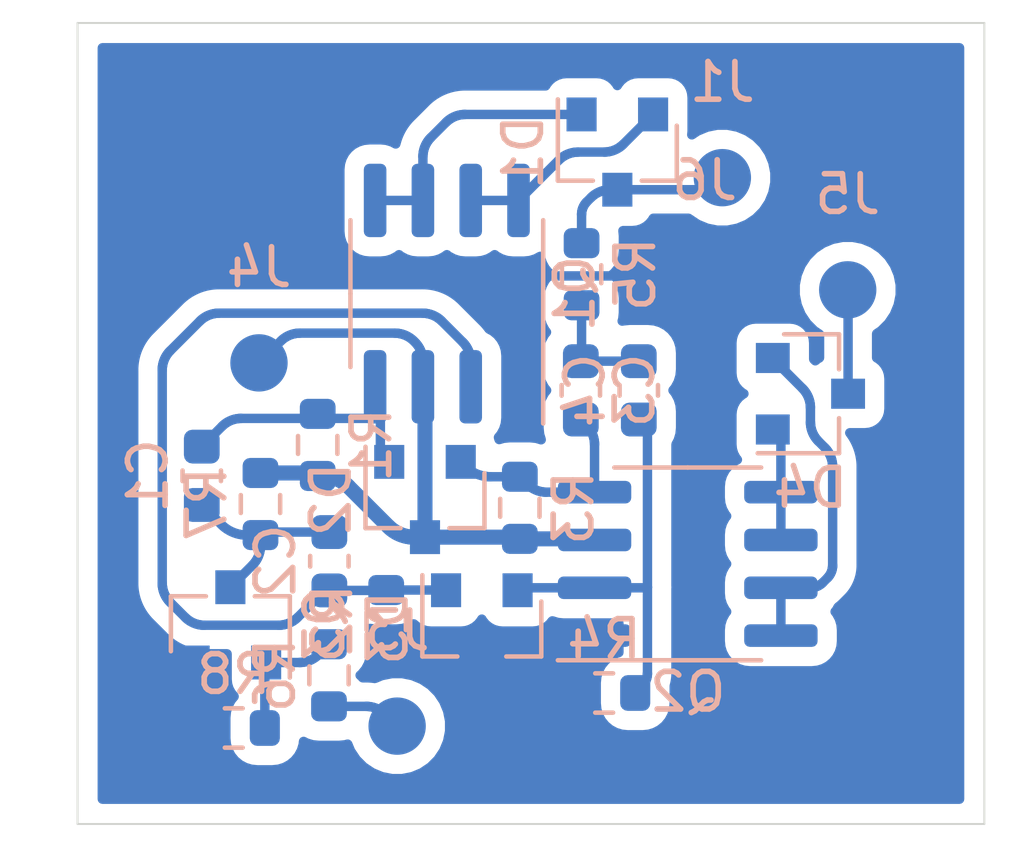
<source format=kicad_pcb>
(kicad_pcb (version 20171130) (host pcbnew 5.1.9+dfsg1-1)

  (general
    (thickness 1.6)
    (drawings 4)
    (tracks 613)
    (zones 0)
    (modules 24)
    (nets 17)
  )

  (page A4 portrait)
  (layers
    (0 F.Cu signal)
    (31 B.Cu signal)
    (32 B.Adhes user hide)
    (33 F.Adhes user hide)
    (34 B.Paste user hide)
    (35 F.Paste user hide)
    (36 B.SilkS user hide)
    (37 F.SilkS user hide)
    (38 B.Mask user)
    (39 F.Mask user hide)
    (40 Dwgs.User user)
    (41 Cmts.User user hide)
    (42 Eco1.User user)
    (43 Eco2.User user)
    (44 Edge.Cuts user)
    (45 Margin user hide)
    (46 B.CrtYd user hide)
    (47 F.CrtYd user hide)
    (48 B.Fab user hide)
    (49 F.Fab user hide)
  )

  (setup
    (last_trace_width 0.25)
    (trace_clearance 0.2)
    (zone_clearance 0.508)
    (zone_45_only no)
    (trace_min 0.2)
    (via_size 0.8)
    (via_drill 0.4)
    (via_min_size 0.4)
    (via_min_drill 0.3)
    (uvia_size 0.3)
    (uvia_drill 0.1)
    (uvias_allowed no)
    (uvia_min_size 0.2)
    (uvia_min_drill 0.1)
    (edge_width 0.05)
    (segment_width 0.2)
    (pcb_text_width 0.3)
    (pcb_text_size 1.5 1.5)
    (mod_edge_width 0.12)
    (mod_text_size 1 1)
    (mod_text_width 0.15)
    (pad_size 1.524 1.524)
    (pad_drill 0.762)
    (pad_to_mask_clearance 0)
    (aux_axis_origin 0 0)
    (visible_elements FFFFFF7F)
    (pcbplotparams
      (layerselection 0x010fc_ffffffff)
      (usegerberextensions false)
      (usegerberattributes true)
      (usegerberadvancedattributes true)
      (creategerberjobfile true)
      (excludeedgelayer true)
      (linewidth 0.100000)
      (plotframeref false)
      (viasonmask false)
      (mode 1)
      (useauxorigin false)
      (hpglpennumber 1)
      (hpglpenspeed 20)
      (hpglpendiameter 15.000000)
      (psnegative false)
      (psa4output false)
      (plotreference true)
      (plotvalue true)
      (plotinvisibletext false)
      (padsonsilk false)
      (subtractmaskfromsilk false)
      (outputformat 1)
      (mirror false)
      (drillshape 1)
      (scaleselection 1)
      (outputdirectory ""))
  )

  (net 0 "")
  (net 1 "Net-(C1-Pad2)")
  (net 2 "Net-(C1-Pad1)")
  (net 3 "Net-(C2-Pad2)")
  (net 4 "Net-(C3-Pad2)")
  (net 5 "Net-(C3-Pad1)")
  (net 6 "Net-(C4-Pad2)")
  (net 7 "Net-(D1-Pad3)")
  (net 8 "Net-(D1-Pad2)")
  (net 9 "Net-(D1-Pad1)")
  (net 10 "Net-(D2-Pad3)")
  (net 11 GND)
  (net 12 "Net-(D4-Pad3)")
  (net 13 "Net-(D4-Pad2)")
  (net 14 "Net-(D4-Pad1)")
  (net 15 "Net-(J3-Pad1)")
  (net 16 "Net-(Q3-Pad1)")

  (net_class Default "This is the default net class."
    (clearance 0.2)
    (trace_width 0.25)
    (via_dia 0.8)
    (via_drill 0.4)
    (uvia_dia 0.3)
    (uvia_drill 0.1)
    (add_net GND)
    (add_net "Net-(C1-Pad1)")
    (add_net "Net-(C1-Pad2)")
    (add_net "Net-(C2-Pad2)")
    (add_net "Net-(C3-Pad1)")
    (add_net "Net-(C3-Pad2)")
    (add_net "Net-(C4-Pad2)")
    (add_net "Net-(D1-Pad1)")
    (add_net "Net-(D1-Pad2)")
    (add_net "Net-(D1-Pad3)")
    (add_net "Net-(D2-Pad3)")
    (add_net "Net-(D4-Pad1)")
    (add_net "Net-(D4-Pad2)")
    (add_net "Net-(D4-Pad3)")
    (add_net "Net-(J3-Pad1)")
    (add_net "Net-(Q3-Pad1)")
  )

  (module Resistor_SMD:R_0603_1608Metric (layer B.Cu) (tedit 5F68FEEE) (tstamp 641977B0)
    (at 36.84 49.15 90)
    (descr "Resistor SMD 0603 (1608 Metric), square (rectangular) end terminal, IPC_7351 nominal, (Body size source: IPC-SM-782 page 72, https://www.pcb-3d.com/wordpress/wp-content/uploads/ipc-sm-782a_amendment_1_and_2.pdf), generated with kicad-footprint-generator")
    (tags resistor)
    (path /64542A76)
    (attr smd)
    (fp_text reference R1 (at 0 1.43 90) (layer B.SilkS)
      (effects (font (size 1 1) (thickness 0.15)) (justify mirror))
    )
    (fp_text value 100k (at 0 -1.43 90) (layer B.Fab)
      (effects (font (size 1 1) (thickness 0.15)) (justify mirror))
    )
    (fp_line (start -0.8 -0.4125) (end -0.8 0.4125) (layer B.Fab) (width 0.1))
    (fp_line (start -0.8 0.4125) (end 0.8 0.4125) (layer B.Fab) (width 0.1))
    (fp_line (start 0.8 0.4125) (end 0.8 -0.4125) (layer B.Fab) (width 0.1))
    (fp_line (start 0.8 -0.4125) (end -0.8 -0.4125) (layer B.Fab) (width 0.1))
    (fp_line (start -0.237258 0.5225) (end 0.237258 0.5225) (layer B.SilkS) (width 0.12))
    (fp_line (start -0.237258 -0.5225) (end 0.237258 -0.5225) (layer B.SilkS) (width 0.12))
    (fp_line (start -1.48 -0.73) (end -1.48 0.73) (layer B.CrtYd) (width 0.05))
    (fp_line (start -1.48 0.73) (end 1.48 0.73) (layer B.CrtYd) (width 0.05))
    (fp_line (start 1.48 0.73) (end 1.48 -0.73) (layer B.CrtYd) (width 0.05))
    (fp_line (start 1.48 -0.73) (end -1.48 -0.73) (layer B.CrtYd) (width 0.05))
    (fp_text user %R (at 0 0 90) (layer B.Fab)
      (effects (font (size 0.4 0.4) (thickness 0.06)) (justify mirror))
    )
    (pad 2 smd roundrect (at 0.825 0 90) (size 0.8 0.95) (layers B.Cu B.Paste B.Mask) (roundrect_rratio 0.25)
      (net 2 "Net-(C1-Pad1)"))
    (pad 1 smd roundrect (at -0.825 0 90) (size 0.8 0.95) (layers B.Cu B.Paste B.Mask) (roundrect_rratio 0.25)
      (net 10 "Net-(D2-Pad3)"))
    (model ${KISYS3DMOD}/Resistor_SMD.3dshapes/R_0603_1608Metric.wrl
      (at (xyz 0 0 0))
      (scale (xyz 1 1 1))
      (rotate (xyz 0 0 0))
    )
  )

  (module My-library:SMD-CONN (layer B.Cu) (tedit 5F4E134D) (tstamp 64197757)
    (at 47.59 42.05)
    (path /6459EF77)
    (fp_text reference J1 (at 0 -2.54) (layer B.SilkS)
      (effects (font (size 1 1) (thickness 0.15)) (justify mirror))
    )
    (fp_text value Conn (at 0 2.54) (layer B.Fab)
      (effects (font (size 1 1) (thickness 0.15)) (justify mirror))
    )
    (pad 1 smd circle (at 0 0) (size 1.524 1.524) (layers B.Cu B.Paste B.Mask)
      (net 7 "Net-(D1-Pad3)"))
  )

  (module Resistor_SMD:R_0603_1608Metric (layer B.Cu) (tedit 5F68FEEE) (tstamp 6419E3D2)
    (at 34.61 56.67 180)
    (descr "Resistor SMD 0603 (1608 Metric), square (rectangular) end terminal, IPC_7351 nominal, (Body size source: IPC-SM-782 page 72, https://www.pcb-3d.com/wordpress/wp-content/uploads/ipc-sm-782a_amendment_1_and_2.pdf), generated with kicad-footprint-generator")
    (tags resistor)
    (path /646BA42D)
    (attr smd)
    (fp_text reference R8 (at 0 1.43) (layer B.SilkS)
      (effects (font (size 1 1) (thickness 0.15)) (justify mirror))
    )
    (fp_text value 100k (at 0 -1.43) (layer B.Fab)
      (effects (font (size 1 1) (thickness 0.15)) (justify mirror))
    )
    (fp_line (start -0.8 -0.4125) (end -0.8 0.4125) (layer B.Fab) (width 0.1))
    (fp_line (start -0.8 0.4125) (end 0.8 0.4125) (layer B.Fab) (width 0.1))
    (fp_line (start 0.8 0.4125) (end 0.8 -0.4125) (layer B.Fab) (width 0.1))
    (fp_line (start 0.8 -0.4125) (end -0.8 -0.4125) (layer B.Fab) (width 0.1))
    (fp_line (start -0.237258 0.5225) (end 0.237258 0.5225) (layer B.SilkS) (width 0.12))
    (fp_line (start -0.237258 -0.5225) (end 0.237258 -0.5225) (layer B.SilkS) (width 0.12))
    (fp_line (start -1.48 -0.73) (end -1.48 0.73) (layer B.CrtYd) (width 0.05))
    (fp_line (start -1.48 0.73) (end 1.48 0.73) (layer B.CrtYd) (width 0.05))
    (fp_line (start 1.48 0.73) (end 1.48 -0.73) (layer B.CrtYd) (width 0.05))
    (fp_line (start 1.48 -0.73) (end -1.48 -0.73) (layer B.CrtYd) (width 0.05))
    (fp_text user %R (at 0 0) (layer B.Fab)
      (effects (font (size 0.4 0.4) (thickness 0.06)) (justify mirror))
    )
    (pad 2 smd roundrect (at 0.825 0 180) (size 0.8 0.95) (layers B.Cu B.Paste B.Mask) (roundrect_rratio 0.25)
      (net 11 GND))
    (pad 1 smd roundrect (at -0.825 0 180) (size 0.8 0.95) (layers B.Cu B.Paste B.Mask) (roundrect_rratio 0.25)
      (net 16 "Net-(Q3-Pad1)"))
    (model ${KISYS3DMOD}/Resistor_SMD.3dshapes/R_0603_1608Metric.wrl
      (at (xyz 0 0 0))
      (scale (xyz 1 1 1))
      (rotate (xyz 0 0 0))
    )
  )

  (module Resistor_SMD:R_0603_1608Metric (layer B.Cu) (tedit 5F68FEEE) (tstamp 6419DE00)
    (at 35.32 50.72 270)
    (descr "Resistor SMD 0603 (1608 Metric), square (rectangular) end terminal, IPC_7351 nominal, (Body size source: IPC-SM-782 page 72, https://www.pcb-3d.com/wordpress/wp-content/uploads/ipc-sm-782a_amendment_1_and_2.pdf), generated with kicad-footprint-generator")
    (tags resistor)
    (path /6467B7D9)
    (attr smd)
    (fp_text reference R7 (at 0 1.43 90) (layer B.SilkS)
      (effects (font (size 1 1) (thickness 0.15)) (justify mirror))
    )
    (fp_text value 100 (at 0 -1.43 90) (layer B.Fab)
      (effects (font (size 1 1) (thickness 0.15)) (justify mirror))
    )
    (fp_line (start -0.8 -0.4125) (end -0.8 0.4125) (layer B.Fab) (width 0.1))
    (fp_line (start -0.8 0.4125) (end 0.8 0.4125) (layer B.Fab) (width 0.1))
    (fp_line (start 0.8 0.4125) (end 0.8 -0.4125) (layer B.Fab) (width 0.1))
    (fp_line (start 0.8 -0.4125) (end -0.8 -0.4125) (layer B.Fab) (width 0.1))
    (fp_line (start -0.237258 0.5225) (end 0.237258 0.5225) (layer B.SilkS) (width 0.12))
    (fp_line (start -0.237258 -0.5225) (end 0.237258 -0.5225) (layer B.SilkS) (width 0.12))
    (fp_line (start -1.48 -0.73) (end -1.48 0.73) (layer B.CrtYd) (width 0.05))
    (fp_line (start -1.48 0.73) (end 1.48 0.73) (layer B.CrtYd) (width 0.05))
    (fp_line (start 1.48 0.73) (end 1.48 -0.73) (layer B.CrtYd) (width 0.05))
    (fp_line (start 1.48 -0.73) (end -1.48 -0.73) (layer B.CrtYd) (width 0.05))
    (fp_text user %R (at 0 0 90) (layer B.Fab)
      (effects (font (size 0.4 0.4) (thickness 0.06)) (justify mirror))
    )
    (pad 2 smd roundrect (at 0.825 0 270) (size 0.8 0.95) (layers B.Cu B.Paste B.Mask) (roundrect_rratio 0.25)
      (net 1 "Net-(C1-Pad2)"))
    (pad 1 smd roundrect (at -0.825 0 270) (size 0.8 0.95) (layers B.Cu B.Paste B.Mask) (roundrect_rratio 0.25)
      (net 10 "Net-(D2-Pad3)"))
    (model ${KISYS3DMOD}/Resistor_SMD.3dshapes/R_0603_1608Metric.wrl
      (at (xyz 0 0 0))
      (scale (xyz 1 1 1))
      (rotate (xyz 0 0 0))
    )
  )

  (module Package_TO_SOT_SMD:SOT-23 (layer B.Cu) (tedit 5A02FF57) (tstamp 6419DD2F)
    (at 34.52 53.93 90)
    (descr "SOT-23, Standard")
    (tags SOT-23)
    (path /64672C0F)
    (attr smd)
    (fp_text reference Q3 (at 0 2.5 90) (layer B.SilkS)
      (effects (font (size 1 1) (thickness 0.15)) (justify mirror))
    )
    (fp_text value IRLML6344 (at 0 -2.5 90) (layer B.Fab)
      (effects (font (size 1 1) (thickness 0.15)) (justify mirror))
    )
    (fp_line (start -0.7 0.95) (end -0.7 -1.5) (layer B.Fab) (width 0.1))
    (fp_line (start -0.15 1.52) (end 0.7 1.52) (layer B.Fab) (width 0.1))
    (fp_line (start -0.7 0.95) (end -0.15 1.52) (layer B.Fab) (width 0.1))
    (fp_line (start 0.7 1.52) (end 0.7 -1.52) (layer B.Fab) (width 0.1))
    (fp_line (start -0.7 -1.52) (end 0.7 -1.52) (layer B.Fab) (width 0.1))
    (fp_line (start 0.76 -1.58) (end 0.76 -0.65) (layer B.SilkS) (width 0.12))
    (fp_line (start 0.76 1.58) (end 0.76 0.65) (layer B.SilkS) (width 0.12))
    (fp_line (start -1.7 1.75) (end 1.7 1.75) (layer B.CrtYd) (width 0.05))
    (fp_line (start 1.7 1.75) (end 1.7 -1.75) (layer B.CrtYd) (width 0.05))
    (fp_line (start 1.7 -1.75) (end -1.7 -1.75) (layer B.CrtYd) (width 0.05))
    (fp_line (start -1.7 -1.75) (end -1.7 1.75) (layer B.CrtYd) (width 0.05))
    (fp_line (start 0.76 1.58) (end -1.4 1.58) (layer B.SilkS) (width 0.12))
    (fp_line (start 0.76 -1.58) (end -0.7 -1.58) (layer B.SilkS) (width 0.12))
    (fp_text user %R (at 0 0 180) (layer B.Fab)
      (effects (font (size 0.5 0.5) (thickness 0.075)) (justify mirror))
    )
    (pad 3 smd rect (at 1 0 90) (size 0.9 0.8) (layers B.Cu B.Paste B.Mask)
      (net 1 "Net-(C1-Pad2)"))
    (pad 2 smd rect (at -1 -0.95 90) (size 0.9 0.8) (layers B.Cu B.Paste B.Mask)
      (net 11 GND))
    (pad 1 smd rect (at -1 0.95 90) (size 0.9 0.8) (layers B.Cu B.Paste B.Mask)
      (net 16 "Net-(Q3-Pad1)"))
    (model ${KISYS3DMOD}/Package_TO_SOT_SMD.3dshapes/SOT-23.wrl
      (at (xyz 0 0 0))
      (scale (xyz 1 1 1))
      (rotate (xyz 0 0 0))
    )
  )

  (module My-library:SMD-CONN (layer B.Cu) (tedit 5F4E134D) (tstamp 64197E2F)
    (at 47.12 44.66)
    (path /645A527F)
    (fp_text reference J6 (at 0 -2.54) (layer B.SilkS)
      (effects (font (size 1 1) (thickness 0.15)) (justify mirror))
    )
    (fp_text value Conn (at 0 2.54) (layer B.Fab)
      (effects (font (size 1 1) (thickness 0.15)) (justify mirror))
    )
    (pad 1 smd circle (at 0 0) (size 1.524 1.524) (layers B.Cu B.Paste B.Mask)
      (net 11 GND))
  )

  (module Resistor_SMD:R_0603_1608Metric (layer B.Cu) (tedit 5F68FEEE) (tstamp 64197805)
    (at 37.14 55.27 270)
    (descr "Resistor SMD 0603 (1608 Metric), square (rectangular) end terminal, IPC_7351 nominal, (Body size source: IPC-SM-782 page 72, https://www.pcb-3d.com/wordpress/wp-content/uploads/ipc-sm-782a_amendment_1_and_2.pdf), generated with kicad-footprint-generator")
    (tags resistor)
    (path /64566F42)
    (attr smd)
    (fp_text reference R6 (at 0 1.43 90) (layer B.SilkS)
      (effects (font (size 1 1) (thickness 0.15)) (justify mirror))
    )
    (fp_text value 10 (at 0 -1.43 90) (layer B.Fab)
      (effects (font (size 1 1) (thickness 0.15)) (justify mirror))
    )
    (fp_line (start -0.8 -0.4125) (end -0.8 0.4125) (layer B.Fab) (width 0.1))
    (fp_line (start -0.8 0.4125) (end 0.8 0.4125) (layer B.Fab) (width 0.1))
    (fp_line (start 0.8 0.4125) (end 0.8 -0.4125) (layer B.Fab) (width 0.1))
    (fp_line (start 0.8 -0.4125) (end -0.8 -0.4125) (layer B.Fab) (width 0.1))
    (fp_line (start -0.237258 0.5225) (end 0.237258 0.5225) (layer B.SilkS) (width 0.12))
    (fp_line (start -0.237258 -0.5225) (end 0.237258 -0.5225) (layer B.SilkS) (width 0.12))
    (fp_line (start -1.48 -0.73) (end -1.48 0.73) (layer B.CrtYd) (width 0.05))
    (fp_line (start -1.48 0.73) (end 1.48 0.73) (layer B.CrtYd) (width 0.05))
    (fp_line (start 1.48 0.73) (end 1.48 -0.73) (layer B.CrtYd) (width 0.05))
    (fp_line (start 1.48 -0.73) (end -1.48 -0.73) (layer B.CrtYd) (width 0.05))
    (fp_text user %R (at 0 0 90) (layer B.Fab)
      (effects (font (size 0.4 0.4) (thickness 0.06)) (justify mirror))
    )
    (pad 2 smd roundrect (at 0.825 0 270) (size 0.8 0.95) (layers B.Cu B.Paste B.Mask) (roundrect_rratio 0.25)
      (net 15 "Net-(J3-Pad1)"))
    (pad 1 smd roundrect (at -0.825 0 270) (size 0.8 0.95) (layers B.Cu B.Paste B.Mask) (roundrect_rratio 0.25)
      (net 16 "Net-(Q3-Pad1)"))
    (model ${KISYS3DMOD}/Resistor_SMD.3dshapes/R_0603_1608Metric.wrl
      (at (xyz 0 0 0))
      (scale (xyz 1 1 1))
      (rotate (xyz 0 0 0))
    )
  )

  (module Resistor_SMD:R_0603_1608Metric (layer B.Cu) (tedit 5F68FEEE) (tstamp 641977F4)
    (at 43.85 44.615 90)
    (descr "Resistor SMD 0603 (1608 Metric), square (rectangular) end terminal, IPC_7351 nominal, (Body size source: IPC-SM-782 page 72, https://www.pcb-3d.com/wordpress/wp-content/uploads/ipc-sm-782a_amendment_1_and_2.pdf), generated with kicad-footprint-generator")
    (tags resistor)
    (path /645660BD)
    (attr smd)
    (fp_text reference R5 (at 0 1.43 90) (layer B.SilkS)
      (effects (font (size 1 1) (thickness 0.15)) (justify mirror))
    )
    (fp_text value 10 (at 0 -1.43 90) (layer B.Fab)
      (effects (font (size 1 1) (thickness 0.15)) (justify mirror))
    )
    (fp_line (start -0.8 -0.4125) (end -0.8 0.4125) (layer B.Fab) (width 0.1))
    (fp_line (start -0.8 0.4125) (end 0.8 0.4125) (layer B.Fab) (width 0.1))
    (fp_line (start 0.8 0.4125) (end 0.8 -0.4125) (layer B.Fab) (width 0.1))
    (fp_line (start 0.8 -0.4125) (end -0.8 -0.4125) (layer B.Fab) (width 0.1))
    (fp_line (start -0.237258 0.5225) (end 0.237258 0.5225) (layer B.SilkS) (width 0.12))
    (fp_line (start -0.237258 -0.5225) (end 0.237258 -0.5225) (layer B.SilkS) (width 0.12))
    (fp_line (start -1.48 -0.73) (end -1.48 0.73) (layer B.CrtYd) (width 0.05))
    (fp_line (start -1.48 0.73) (end 1.48 0.73) (layer B.CrtYd) (width 0.05))
    (fp_line (start 1.48 0.73) (end 1.48 -0.73) (layer B.CrtYd) (width 0.05))
    (fp_line (start 1.48 -0.73) (end -1.48 -0.73) (layer B.CrtYd) (width 0.05))
    (fp_text user %R (at 0 0 90) (layer B.Fab)
      (effects (font (size 0.4 0.4) (thickness 0.06)) (justify mirror))
    )
    (pad 2 smd roundrect (at 0.825 0 90) (size 0.8 0.95) (layers B.Cu B.Paste B.Mask) (roundrect_rratio 0.25)
      (net 7 "Net-(D1-Pad3)"))
    (pad 1 smd roundrect (at -0.825 0 90) (size 0.8 0.95) (layers B.Cu B.Paste B.Mask) (roundrect_rratio 0.25)
      (net 4 "Net-(C3-Pad2)"))
    (model ${KISYS3DMOD}/Resistor_SMD.3dshapes/R_0603_1608Metric.wrl
      (at (xyz 0 0 0))
      (scale (xyz 1 1 1))
      (rotate (xyz 0 0 0))
    )
  )

  (module Resistor_SMD:R_0603_1608Metric (layer B.Cu) (tedit 5F68FEEE) (tstamp 641977E3)
    (at 44.45 55.74 180)
    (descr "Resistor SMD 0603 (1608 Metric), square (rectangular) end terminal, IPC_7351 nominal, (Body size source: IPC-SM-782 page 72, https://www.pcb-3d.com/wordpress/wp-content/uploads/ipc-sm-782a_amendment_1_and_2.pdf), generated with kicad-footprint-generator")
    (tags resistor)
    (path /6452CB22)
    (attr smd)
    (fp_text reference R4 (at 0 1.43) (layer B.SilkS)
      (effects (font (size 1 1) (thickness 0.15)) (justify mirror))
    )
    (fp_text value 100k (at 0 -1.43) (layer B.Fab)
      (effects (font (size 1 1) (thickness 0.15)) (justify mirror))
    )
    (fp_line (start -0.8 -0.4125) (end -0.8 0.4125) (layer B.Fab) (width 0.1))
    (fp_line (start -0.8 0.4125) (end 0.8 0.4125) (layer B.Fab) (width 0.1))
    (fp_line (start 0.8 0.4125) (end 0.8 -0.4125) (layer B.Fab) (width 0.1))
    (fp_line (start 0.8 -0.4125) (end -0.8 -0.4125) (layer B.Fab) (width 0.1))
    (fp_line (start -0.237258 0.5225) (end 0.237258 0.5225) (layer B.SilkS) (width 0.12))
    (fp_line (start -0.237258 -0.5225) (end 0.237258 -0.5225) (layer B.SilkS) (width 0.12))
    (fp_line (start -1.48 -0.73) (end -1.48 0.73) (layer B.CrtYd) (width 0.05))
    (fp_line (start -1.48 0.73) (end 1.48 0.73) (layer B.CrtYd) (width 0.05))
    (fp_line (start 1.48 0.73) (end 1.48 -0.73) (layer B.CrtYd) (width 0.05))
    (fp_line (start 1.48 -0.73) (end -1.48 -0.73) (layer B.CrtYd) (width 0.05))
    (fp_text user %R (at 0 0) (layer B.Fab)
      (effects (font (size 0.4 0.4) (thickness 0.06)) (justify mirror))
    )
    (pad 2 smd roundrect (at 0.825 0 180) (size 0.8 0.95) (layers B.Cu B.Paste B.Mask) (roundrect_rratio 0.25)
      (net 11 GND))
    (pad 1 smd roundrect (at -0.825 0 180) (size 0.8 0.95) (layers B.Cu B.Paste B.Mask) (roundrect_rratio 0.25)
      (net 6 "Net-(C4-Pad2)"))
    (model ${KISYS3DMOD}/Resistor_SMD.3dshapes/R_0603_1608Metric.wrl
      (at (xyz 0 0 0))
      (scale (xyz 1 1 1))
      (rotate (xyz 0 0 0))
    )
  )

  (module Resistor_SMD:R_0603_1608Metric (layer B.Cu) (tedit 5F68FEEE) (tstamp 641977D2)
    (at 42.21 50.82 90)
    (descr "Resistor SMD 0603 (1608 Metric), square (rectangular) end terminal, IPC_7351 nominal, (Body size source: IPC-SM-782 page 72, https://www.pcb-3d.com/wordpress/wp-content/uploads/ipc-sm-782a_amendment_1_and_2.pdf), generated with kicad-footprint-generator")
    (tags resistor)
    (path /6453988B)
    (attr smd)
    (fp_text reference R3 (at 0 1.43 90) (layer B.SilkS)
      (effects (font (size 1 1) (thickness 0.15)) (justify mirror))
    )
    (fp_text value 100k (at 0 -1.43 90) (layer B.Fab)
      (effects (font (size 1 1) (thickness 0.15)) (justify mirror))
    )
    (fp_line (start -0.8 -0.4125) (end -0.8 0.4125) (layer B.Fab) (width 0.1))
    (fp_line (start -0.8 0.4125) (end 0.8 0.4125) (layer B.Fab) (width 0.1))
    (fp_line (start 0.8 0.4125) (end 0.8 -0.4125) (layer B.Fab) (width 0.1))
    (fp_line (start 0.8 -0.4125) (end -0.8 -0.4125) (layer B.Fab) (width 0.1))
    (fp_line (start -0.237258 0.5225) (end 0.237258 0.5225) (layer B.SilkS) (width 0.12))
    (fp_line (start -0.237258 -0.5225) (end 0.237258 -0.5225) (layer B.SilkS) (width 0.12))
    (fp_line (start -1.48 -0.73) (end -1.48 0.73) (layer B.CrtYd) (width 0.05))
    (fp_line (start -1.48 0.73) (end 1.48 0.73) (layer B.CrtYd) (width 0.05))
    (fp_line (start 1.48 0.73) (end 1.48 -0.73) (layer B.CrtYd) (width 0.05))
    (fp_line (start 1.48 -0.73) (end -1.48 -0.73) (layer B.CrtYd) (width 0.05))
    (fp_text user %R (at 0 0 90) (layer B.Fab)
      (effects (font (size 0.4 0.4) (thickness 0.06)) (justify mirror))
    )
    (pad 2 smd roundrect (at 0.825 0 90) (size 0.8 0.95) (layers B.Cu B.Paste B.Mask) (roundrect_rratio 0.25)
      (net 5 "Net-(C3-Pad1)"))
    (pad 1 smd roundrect (at -0.825 0 90) (size 0.8 0.95) (layers B.Cu B.Paste B.Mask) (roundrect_rratio 0.25)
      (net 10 "Net-(D2-Pad3)"))
    (model ${KISYS3DMOD}/Resistor_SMD.3dshapes/R_0603_1608Metric.wrl
      (at (xyz 0 0 0))
      (scale (xyz 1 1 1))
      (rotate (xyz 0 0 0))
    )
  )

  (module Resistor_SMD:R_0603_1608Metric (layer B.Cu) (tedit 5F68FEEE) (tstamp 641977C1)
    (at 38.66 53.83 270)
    (descr "Resistor SMD 0603 (1608 Metric), square (rectangular) end terminal, IPC_7351 nominal, (Body size source: IPC-SM-782 page 72, https://www.pcb-3d.com/wordpress/wp-content/uploads/ipc-sm-782a_amendment_1_and_2.pdf), generated with kicad-footprint-generator")
    (tags resistor)
    (path /64553303)
    (attr smd)
    (fp_text reference R2 (at 0 1.43 90) (layer B.SilkS)
      (effects (font (size 1 1) (thickness 0.15)) (justify mirror))
    )
    (fp_text value 100k (at 0 -1.43 90) (layer B.Fab)
      (effects (font (size 1 1) (thickness 0.15)) (justify mirror))
    )
    (fp_line (start -0.8 -0.4125) (end -0.8 0.4125) (layer B.Fab) (width 0.1))
    (fp_line (start -0.8 0.4125) (end 0.8 0.4125) (layer B.Fab) (width 0.1))
    (fp_line (start 0.8 0.4125) (end 0.8 -0.4125) (layer B.Fab) (width 0.1))
    (fp_line (start 0.8 -0.4125) (end -0.8 -0.4125) (layer B.Fab) (width 0.1))
    (fp_line (start -0.237258 0.5225) (end 0.237258 0.5225) (layer B.SilkS) (width 0.12))
    (fp_line (start -0.237258 -0.5225) (end 0.237258 -0.5225) (layer B.SilkS) (width 0.12))
    (fp_line (start -1.48 -0.73) (end -1.48 0.73) (layer B.CrtYd) (width 0.05))
    (fp_line (start -1.48 0.73) (end 1.48 0.73) (layer B.CrtYd) (width 0.05))
    (fp_line (start 1.48 0.73) (end 1.48 -0.73) (layer B.CrtYd) (width 0.05))
    (fp_line (start 1.48 -0.73) (end -1.48 -0.73) (layer B.CrtYd) (width 0.05))
    (fp_text user %R (at 0 0 90) (layer B.Fab)
      (effects (font (size 0.4 0.4) (thickness 0.06)) (justify mirror))
    )
    (pad 2 smd roundrect (at 0.825 0 270) (size 0.8 0.95) (layers B.Cu B.Paste B.Mask) (roundrect_rratio 0.25)
      (net 11 GND))
    (pad 1 smd roundrect (at -0.825 0 270) (size 0.8 0.95) (layers B.Cu B.Paste B.Mask) (roundrect_rratio 0.25)
      (net 3 "Net-(C2-Pad2)"))
    (model ${KISYS3DMOD}/Resistor_SMD.3dshapes/R_0603_1608Metric.wrl
      (at (xyz 0 0 0))
      (scale (xyz 1 1 1))
      (rotate (xyz 0 0 0))
    )
  )

  (module Package_SO:SOIC-8_3.9x4.9mm_P1.27mm (layer B.Cu) (tedit 5D9F72B1) (tstamp 6419779F)
    (at 46.67 52.31)
    (descr "SOIC, 8 Pin (JEDEC MS-012AA, https://www.analog.com/media/en/package-pcb-resources/package/pkg_pdf/soic_narrow-r/r_8.pdf), generated with kicad-footprint-generator ipc_gullwing_generator.py")
    (tags "SOIC SO")
    (path /6452A028)
    (attr smd)
    (fp_text reference Q2 (at 0 3.4) (layer B.SilkS)
      (effects (font (size 1 1) (thickness 0.15)) (justify mirror))
    )
    (fp_text value IRF7343PBF (at 0 -3.4) (layer B.Fab)
      (effects (font (size 1 1) (thickness 0.15)) (justify mirror))
    )
    (fp_line (start 0 -2.56) (end 1.95 -2.56) (layer B.SilkS) (width 0.12))
    (fp_line (start 0 -2.56) (end -1.95 -2.56) (layer B.SilkS) (width 0.12))
    (fp_line (start 0 2.56) (end 1.95 2.56) (layer B.SilkS) (width 0.12))
    (fp_line (start 0 2.56) (end -3.45 2.56) (layer B.SilkS) (width 0.12))
    (fp_line (start -0.975 2.45) (end 1.95 2.45) (layer B.Fab) (width 0.1))
    (fp_line (start 1.95 2.45) (end 1.95 -2.45) (layer B.Fab) (width 0.1))
    (fp_line (start 1.95 -2.45) (end -1.95 -2.45) (layer B.Fab) (width 0.1))
    (fp_line (start -1.95 -2.45) (end -1.95 1.475) (layer B.Fab) (width 0.1))
    (fp_line (start -1.95 1.475) (end -0.975 2.45) (layer B.Fab) (width 0.1))
    (fp_line (start -3.7 2.7) (end -3.7 -2.7) (layer B.CrtYd) (width 0.05))
    (fp_line (start -3.7 -2.7) (end 3.7 -2.7) (layer B.CrtYd) (width 0.05))
    (fp_line (start 3.7 -2.7) (end 3.7 2.7) (layer B.CrtYd) (width 0.05))
    (fp_line (start 3.7 2.7) (end -3.7 2.7) (layer B.CrtYd) (width 0.05))
    (fp_text user %R (at 0 0) (layer B.Fab)
      (effects (font (size 0.98 0.98) (thickness 0.15)) (justify mirror))
    )
    (pad 8 smd roundrect (at 2.475 1.905) (size 1.95 0.6) (layers B.Cu B.Paste B.Mask) (roundrect_rratio 0.25)
      (net 13 "Net-(D4-Pad2)"))
    (pad 7 smd roundrect (at 2.475 0.635) (size 1.95 0.6) (layers B.Cu B.Paste B.Mask) (roundrect_rratio 0.25)
      (net 13 "Net-(D4-Pad2)"))
    (pad 6 smd roundrect (at 2.475 -0.635) (size 1.95 0.6) (layers B.Cu B.Paste B.Mask) (roundrect_rratio 0.25)
      (net 14 "Net-(D4-Pad1)"))
    (pad 5 smd roundrect (at 2.475 -1.905) (size 1.95 0.6) (layers B.Cu B.Paste B.Mask) (roundrect_rratio 0.25)
      (net 14 "Net-(D4-Pad1)"))
    (pad 4 smd roundrect (at -2.475 -1.905) (size 1.95 0.6) (layers B.Cu B.Paste B.Mask) (roundrect_rratio 0.25)
      (net 5 "Net-(C3-Pad1)"))
    (pad 3 smd roundrect (at -2.475 -0.635) (size 1.95 0.6) (layers B.Cu B.Paste B.Mask) (roundrect_rratio 0.25)
      (net 10 "Net-(D2-Pad3)"))
    (pad 2 smd roundrect (at -2.475 0.635) (size 1.95 0.6) (layers B.Cu B.Paste B.Mask) (roundrect_rratio 0.25)
      (net 6 "Net-(C4-Pad2)"))
    (pad 1 smd roundrect (at -2.475 1.905) (size 1.95 0.6) (layers B.Cu B.Paste B.Mask) (roundrect_rratio 0.25)
      (net 11 GND))
    (model ${KISYS3DMOD}/Package_SO.3dshapes/SOIC-8_3.9x4.9mm_P1.27mm.wrl
      (at (xyz 0 0 0))
      (scale (xyz 1 1 1))
      (rotate (xyz 0 0 0))
    )
  )

  (module Package_SO:SOIC-8_3.9x4.9mm_P1.27mm (layer B.Cu) (tedit 5D9F72B1) (tstamp 64197785)
    (at 40.27 45.13 90)
    (descr "SOIC, 8 Pin (JEDEC MS-012AA, https://www.analog.com/media/en/package-pcb-resources/package/pkg_pdf/soic_narrow-r/r_8.pdf), generated with kicad-footprint-generator ipc_gullwing_generator.py")
    (tags "SOIC SO")
    (path /6453F38D)
    (attr smd)
    (fp_text reference Q1 (at 0 3.4 90) (layer B.SilkS)
      (effects (font (size 1 1) (thickness 0.15)) (justify mirror))
    )
    (fp_text value IRF7343PBF (at 0 -3.4 90) (layer B.Fab)
      (effects (font (size 1 1) (thickness 0.15)) (justify mirror))
    )
    (fp_line (start 0 -2.56) (end 1.95 -2.56) (layer B.SilkS) (width 0.12))
    (fp_line (start 0 -2.56) (end -1.95 -2.56) (layer B.SilkS) (width 0.12))
    (fp_line (start 0 2.56) (end 1.95 2.56) (layer B.SilkS) (width 0.12))
    (fp_line (start 0 2.56) (end -3.45 2.56) (layer B.SilkS) (width 0.12))
    (fp_line (start -0.975 2.45) (end 1.95 2.45) (layer B.Fab) (width 0.1))
    (fp_line (start 1.95 2.45) (end 1.95 -2.45) (layer B.Fab) (width 0.1))
    (fp_line (start 1.95 -2.45) (end -1.95 -2.45) (layer B.Fab) (width 0.1))
    (fp_line (start -1.95 -2.45) (end -1.95 1.475) (layer B.Fab) (width 0.1))
    (fp_line (start -1.95 1.475) (end -0.975 2.45) (layer B.Fab) (width 0.1))
    (fp_line (start -3.7 2.7) (end -3.7 -2.7) (layer B.CrtYd) (width 0.05))
    (fp_line (start -3.7 -2.7) (end 3.7 -2.7) (layer B.CrtYd) (width 0.05))
    (fp_line (start 3.7 -2.7) (end 3.7 2.7) (layer B.CrtYd) (width 0.05))
    (fp_line (start 3.7 2.7) (end -3.7 2.7) (layer B.CrtYd) (width 0.05))
    (fp_text user %R (at 0 0 90) (layer B.Fab)
      (effects (font (size 0.98 0.98) (thickness 0.15)) (justify mirror))
    )
    (pad 8 smd roundrect (at 2.475 1.905 90) (size 1.95 0.6) (layers B.Cu B.Paste B.Mask) (roundrect_rratio 0.25)
      (net 8 "Net-(D1-Pad2)"))
    (pad 7 smd roundrect (at 2.475 0.635 90) (size 1.95 0.6) (layers B.Cu B.Paste B.Mask) (roundrect_rratio 0.25)
      (net 8 "Net-(D1-Pad2)"))
    (pad 6 smd roundrect (at 2.475 -0.635 90) (size 1.95 0.6) (layers B.Cu B.Paste B.Mask) (roundrect_rratio 0.25)
      (net 9 "Net-(D1-Pad1)"))
    (pad 5 smd roundrect (at 2.475 -1.905 90) (size 1.95 0.6) (layers B.Cu B.Paste B.Mask) (roundrect_rratio 0.25)
      (net 9 "Net-(D1-Pad1)"))
    (pad 4 smd roundrect (at -2.475 -1.905 90) (size 1.95 0.6) (layers B.Cu B.Paste B.Mask) (roundrect_rratio 0.25)
      (net 2 "Net-(C1-Pad1)"))
    (pad 3 smd roundrect (at -2.475 -0.635 90) (size 1.95 0.6) (layers B.Cu B.Paste B.Mask) (roundrect_rratio 0.25)
      (net 10 "Net-(D2-Pad3)"))
    (pad 2 smd roundrect (at -2.475 0.635 90) (size 1.95 0.6) (layers B.Cu B.Paste B.Mask) (roundrect_rratio 0.25)
      (net 3 "Net-(C2-Pad2)"))
    (pad 1 smd roundrect (at -2.475 1.905 90) (size 1.95 0.6) (layers B.Cu B.Paste B.Mask) (roundrect_rratio 0.25)
      (net 11 GND))
    (model ${KISYS3DMOD}/Package_SO.3dshapes/SOIC-8_3.9x4.9mm_P1.27mm.wrl
      (at (xyz 0 0 0))
      (scale (xyz 1 1 1))
      (rotate (xyz 0 0 0))
    )
  )

  (module My-library:SMD-CONN (layer B.Cu) (tedit 5F4E134D) (tstamp 6419776B)
    (at 50.92 45.03)
    (path /6459E72C)
    (fp_text reference J5 (at 0 -2.54) (layer B.SilkS)
      (effects (font (size 1 1) (thickness 0.15)) (justify mirror))
    )
    (fp_text value Conn (at 0 2.54) (layer B.Fab)
      (effects (font (size 1 1) (thickness 0.15)) (justify mirror))
    )
    (pad 1 smd circle (at 0 0) (size 1.524 1.524) (layers B.Cu B.Paste B.Mask)
      (net 12 "Net-(D4-Pad3)"))
  )

  (module My-library:SMD-CONN (layer B.Cu) (tedit 5F4E134D) (tstamp 64197766)
    (at 35.28 46.97)
    (path /645979CD)
    (fp_text reference J4 (at 0 -2.54) (layer B.SilkS)
      (effects (font (size 1 1) (thickness 0.15)) (justify mirror))
    )
    (fp_text value Conn (at 0 2.54) (layer B.Fab)
      (effects (font (size 1 1) (thickness 0.15)) (justify mirror))
    )
    (pad 1 smd circle (at 0 0) (size 1.524 1.524) (layers B.Cu B.Paste B.Mask)
      (net 10 "Net-(D2-Pad3)"))
  )

  (module My-library:SMD-CONN (layer B.Cu) (tedit 5F4E134D) (tstamp 64197761)
    (at 38.95 56.62)
    (path /645A03DA)
    (fp_text reference J3 (at 0 -2.54) (layer B.SilkS)
      (effects (font (size 1 1) (thickness 0.15)) (justify mirror))
    )
    (fp_text value Conn (at 0 2.54) (layer B.Fab)
      (effects (font (size 1 1) (thickness 0.15)) (justify mirror))
    )
    (pad 1 smd circle (at 0 0) (size 1.524 1.524) (layers B.Cu B.Paste B.Mask)
      (net 15 "Net-(J3-Pad1)"))
  )

  (module Package_TO_SOT_SMD:SOT-23 (layer B.Cu) (tedit 5A02FF57) (tstamp 64197752)
    (at 49.93 47.79)
    (descr "SOT-23, Standard")
    (tags SOT-23)
    (path /64528AC9)
    (attr smd)
    (fp_text reference D4 (at 0 2.5) (layer B.SilkS)
      (effects (font (size 1 1) (thickness 0.15)) (justify mirror))
    )
    (fp_text value BAT54S (at 0 -2.5) (layer B.Fab)
      (effects (font (size 1 1) (thickness 0.15)) (justify mirror))
    )
    (fp_line (start -0.7 0.95) (end -0.7 -1.5) (layer B.Fab) (width 0.1))
    (fp_line (start -0.15 1.52) (end 0.7 1.52) (layer B.Fab) (width 0.1))
    (fp_line (start -0.7 0.95) (end -0.15 1.52) (layer B.Fab) (width 0.1))
    (fp_line (start 0.7 1.52) (end 0.7 -1.52) (layer B.Fab) (width 0.1))
    (fp_line (start -0.7 -1.52) (end 0.7 -1.52) (layer B.Fab) (width 0.1))
    (fp_line (start 0.76 -1.58) (end 0.76 -0.65) (layer B.SilkS) (width 0.12))
    (fp_line (start 0.76 1.58) (end 0.76 0.65) (layer B.SilkS) (width 0.12))
    (fp_line (start -1.7 1.75) (end 1.7 1.75) (layer B.CrtYd) (width 0.05))
    (fp_line (start 1.7 1.75) (end 1.7 -1.75) (layer B.CrtYd) (width 0.05))
    (fp_line (start 1.7 -1.75) (end -1.7 -1.75) (layer B.CrtYd) (width 0.05))
    (fp_line (start -1.7 -1.75) (end -1.7 1.75) (layer B.CrtYd) (width 0.05))
    (fp_line (start 0.76 1.58) (end -1.4 1.58) (layer B.SilkS) (width 0.12))
    (fp_line (start 0.76 -1.58) (end -0.7 -1.58) (layer B.SilkS) (width 0.12))
    (fp_text user %R (at 0 0 270) (layer B.Fab)
      (effects (font (size 0.5 0.5) (thickness 0.075)) (justify mirror))
    )
    (pad 3 smd rect (at 1 0) (size 0.9 0.8) (layers B.Cu B.Paste B.Mask)
      (net 12 "Net-(D4-Pad3)"))
    (pad 2 smd rect (at -1 -0.95) (size 0.9 0.8) (layers B.Cu B.Paste B.Mask)
      (net 13 "Net-(D4-Pad2)"))
    (pad 1 smd rect (at -1 0.95) (size 0.9 0.8) (layers B.Cu B.Paste B.Mask)
      (net 14 "Net-(D4-Pad1)"))
    (model ${KISYS3DMOD}/Package_TO_SOT_SMD.3dshapes/SOT-23.wrl
      (at (xyz 0 0 0))
      (scale (xyz 1 1 1))
      (rotate (xyz 0 0 0))
    )
  )

  (module Package_TO_SOT_SMD:SOT-23 (layer B.Cu) (tedit 5A02FF57) (tstamp 6419773D)
    (at 41.2 54.01 270)
    (descr "SOT-23, Standard")
    (tags SOT-23)
    (path /64528315)
    (attr smd)
    (fp_text reference D3 (at 0 2.5 90) (layer B.SilkS)
      (effects (font (size 1 1) (thickness 0.15)) (justify mirror))
    )
    (fp_text value BAT54A (at 0 -2.5 90) (layer B.Fab)
      (effects (font (size 1 1) (thickness 0.15)) (justify mirror))
    )
    (fp_line (start -0.7 0.95) (end -0.7 -1.5) (layer B.Fab) (width 0.1))
    (fp_line (start -0.15 1.52) (end 0.7 1.52) (layer B.Fab) (width 0.1))
    (fp_line (start -0.7 0.95) (end -0.15 1.52) (layer B.Fab) (width 0.1))
    (fp_line (start 0.7 1.52) (end 0.7 -1.52) (layer B.Fab) (width 0.1))
    (fp_line (start -0.7 -1.52) (end 0.7 -1.52) (layer B.Fab) (width 0.1))
    (fp_line (start 0.76 -1.58) (end 0.76 -0.65) (layer B.SilkS) (width 0.12))
    (fp_line (start 0.76 1.58) (end 0.76 0.65) (layer B.SilkS) (width 0.12))
    (fp_line (start -1.7 1.75) (end 1.7 1.75) (layer B.CrtYd) (width 0.05))
    (fp_line (start 1.7 1.75) (end 1.7 -1.75) (layer B.CrtYd) (width 0.05))
    (fp_line (start 1.7 -1.75) (end -1.7 -1.75) (layer B.CrtYd) (width 0.05))
    (fp_line (start -1.7 -1.75) (end -1.7 1.75) (layer B.CrtYd) (width 0.05))
    (fp_line (start 0.76 1.58) (end -1.4 1.58) (layer B.SilkS) (width 0.12))
    (fp_line (start 0.76 -1.58) (end -0.7 -1.58) (layer B.SilkS) (width 0.12))
    (fp_text user %R (at 0 0 180) (layer B.Fab)
      (effects (font (size 0.5 0.5) (thickness 0.075)) (justify mirror))
    )
    (pad 3 smd rect (at 1 0 270) (size 0.9 0.8) (layers B.Cu B.Paste B.Mask)
      (net 11 GND))
    (pad 2 smd rect (at -1 -0.95 270) (size 0.9 0.8) (layers B.Cu B.Paste B.Mask)
      (net 6 "Net-(C4-Pad2)"))
    (pad 1 smd rect (at -1 0.95 270) (size 0.9 0.8) (layers B.Cu B.Paste B.Mask)
      (net 3 "Net-(C2-Pad2)"))
    (model ${KISYS3DMOD}/Package_TO_SOT_SMD.3dshapes/SOT-23.wrl
      (at (xyz 0 0 0))
      (scale (xyz 1 1 1))
      (rotate (xyz 0 0 0))
    )
  )

  (module Package_TO_SOT_SMD:SOT-23 (layer B.Cu) (tedit 5A02FF57) (tstamp 64197728)
    (at 39.69 50.6 270)
    (descr "SOT-23, Standard")
    (tags SOT-23)
    (path /645294D1)
    (attr smd)
    (fp_text reference D2 (at 0 2.5 90) (layer B.SilkS)
      (effects (font (size 1 1) (thickness 0.15)) (justify mirror))
    )
    (fp_text value BAT54C (at 0 -2.5 90) (layer B.Fab)
      (effects (font (size 1 1) (thickness 0.15)) (justify mirror))
    )
    (fp_line (start -0.7 0.95) (end -0.7 -1.5) (layer B.Fab) (width 0.1))
    (fp_line (start -0.15 1.52) (end 0.7 1.52) (layer B.Fab) (width 0.1))
    (fp_line (start -0.7 0.95) (end -0.15 1.52) (layer B.Fab) (width 0.1))
    (fp_line (start 0.7 1.52) (end 0.7 -1.52) (layer B.Fab) (width 0.1))
    (fp_line (start -0.7 -1.52) (end 0.7 -1.52) (layer B.Fab) (width 0.1))
    (fp_line (start 0.76 -1.58) (end 0.76 -0.65) (layer B.SilkS) (width 0.12))
    (fp_line (start 0.76 1.58) (end 0.76 0.65) (layer B.SilkS) (width 0.12))
    (fp_line (start -1.7 1.75) (end 1.7 1.75) (layer B.CrtYd) (width 0.05))
    (fp_line (start 1.7 1.75) (end 1.7 -1.75) (layer B.CrtYd) (width 0.05))
    (fp_line (start 1.7 -1.75) (end -1.7 -1.75) (layer B.CrtYd) (width 0.05))
    (fp_line (start -1.7 -1.75) (end -1.7 1.75) (layer B.CrtYd) (width 0.05))
    (fp_line (start 0.76 1.58) (end -1.4 1.58) (layer B.SilkS) (width 0.12))
    (fp_line (start 0.76 -1.58) (end -0.7 -1.58) (layer B.SilkS) (width 0.12))
    (fp_text user %R (at 0 0 180) (layer B.Fab)
      (effects (font (size 0.5 0.5) (thickness 0.075)) (justify mirror))
    )
    (pad 3 smd rect (at 1 0 270) (size 0.9 0.8) (layers B.Cu B.Paste B.Mask)
      (net 10 "Net-(D2-Pad3)"))
    (pad 2 smd rect (at -1 -0.95 270) (size 0.9 0.8) (layers B.Cu B.Paste B.Mask)
      (net 5 "Net-(C3-Pad1)"))
    (pad 1 smd rect (at -1 0.95 270) (size 0.9 0.8) (layers B.Cu B.Paste B.Mask)
      (net 2 "Net-(C1-Pad1)"))
    (model ${KISYS3DMOD}/Package_TO_SOT_SMD.3dshapes/SOT-23.wrl
      (at (xyz 0 0 0))
      (scale (xyz 1 1 1))
      (rotate (xyz 0 0 0))
    )
  )

  (module Package_TO_SOT_SMD:SOT-23 (layer B.Cu) (tedit 5A02FF57) (tstamp 64197713)
    (at 44.8 41.37 270)
    (descr "SOT-23, Standard")
    (tags SOT-23)
    (path /645433DA)
    (attr smd)
    (fp_text reference D1 (at 0 2.5 90) (layer B.SilkS)
      (effects (font (size 1 1) (thickness 0.15)) (justify mirror))
    )
    (fp_text value BAT54S (at 0 -2.5 90) (layer B.Fab)
      (effects (font (size 1 1) (thickness 0.15)) (justify mirror))
    )
    (fp_line (start -0.7 0.95) (end -0.7 -1.5) (layer B.Fab) (width 0.1))
    (fp_line (start -0.15 1.52) (end 0.7 1.52) (layer B.Fab) (width 0.1))
    (fp_line (start -0.7 0.95) (end -0.15 1.52) (layer B.Fab) (width 0.1))
    (fp_line (start 0.7 1.52) (end 0.7 -1.52) (layer B.Fab) (width 0.1))
    (fp_line (start -0.7 -1.52) (end 0.7 -1.52) (layer B.Fab) (width 0.1))
    (fp_line (start 0.76 -1.58) (end 0.76 -0.65) (layer B.SilkS) (width 0.12))
    (fp_line (start 0.76 1.58) (end 0.76 0.65) (layer B.SilkS) (width 0.12))
    (fp_line (start -1.7 1.75) (end 1.7 1.75) (layer B.CrtYd) (width 0.05))
    (fp_line (start 1.7 1.75) (end 1.7 -1.75) (layer B.CrtYd) (width 0.05))
    (fp_line (start 1.7 -1.75) (end -1.7 -1.75) (layer B.CrtYd) (width 0.05))
    (fp_line (start -1.7 -1.75) (end -1.7 1.75) (layer B.CrtYd) (width 0.05))
    (fp_line (start 0.76 1.58) (end -1.4 1.58) (layer B.SilkS) (width 0.12))
    (fp_line (start 0.76 -1.58) (end -0.7 -1.58) (layer B.SilkS) (width 0.12))
    (fp_text user %R (at 0 0 180) (layer B.Fab)
      (effects (font (size 0.5 0.5) (thickness 0.075)) (justify mirror))
    )
    (pad 3 smd rect (at 1 0 270) (size 0.9 0.8) (layers B.Cu B.Paste B.Mask)
      (net 7 "Net-(D1-Pad3)"))
    (pad 2 smd rect (at -1 -0.95 270) (size 0.9 0.8) (layers B.Cu B.Paste B.Mask)
      (net 8 "Net-(D1-Pad2)"))
    (pad 1 smd rect (at -1 0.95 270) (size 0.9 0.8) (layers B.Cu B.Paste B.Mask)
      (net 9 "Net-(D1-Pad1)"))
    (model ${KISYS3DMOD}/Package_TO_SOT_SMD.3dshapes/SOT-23.wrl
      (at (xyz 0 0 0))
      (scale (xyz 1 1 1))
      (rotate (xyz 0 0 0))
    )
  )

  (module Capacitor_SMD:C_0603_1608Metric (layer B.Cu) (tedit 5F68FEEE) (tstamp 641976FE)
    (at 45.37 47.7 270)
    (descr "Capacitor SMD 0603 (1608 Metric), square (rectangular) end terminal, IPC_7351 nominal, (Body size source: IPC-SM-782 page 76, https://www.pcb-3d.com/wordpress/wp-content/uploads/ipc-sm-782a_amendment_1_and_2.pdf), generated with kicad-footprint-generator")
    (tags capacitor)
    (path /6455E8D3)
    (attr smd)
    (fp_text reference C4 (at 0 1.43 90) (layer B.SilkS)
      (effects (font (size 1 1) (thickness 0.15)) (justify mirror))
    )
    (fp_text value 1nF (at 0 -1.43 90) (layer B.Fab)
      (effects (font (size 1 1) (thickness 0.15)) (justify mirror))
    )
    (fp_line (start -0.8 -0.4) (end -0.8 0.4) (layer B.Fab) (width 0.1))
    (fp_line (start -0.8 0.4) (end 0.8 0.4) (layer B.Fab) (width 0.1))
    (fp_line (start 0.8 0.4) (end 0.8 -0.4) (layer B.Fab) (width 0.1))
    (fp_line (start 0.8 -0.4) (end -0.8 -0.4) (layer B.Fab) (width 0.1))
    (fp_line (start -0.14058 0.51) (end 0.14058 0.51) (layer B.SilkS) (width 0.12))
    (fp_line (start -0.14058 -0.51) (end 0.14058 -0.51) (layer B.SilkS) (width 0.12))
    (fp_line (start -1.48 -0.73) (end -1.48 0.73) (layer B.CrtYd) (width 0.05))
    (fp_line (start -1.48 0.73) (end 1.48 0.73) (layer B.CrtYd) (width 0.05))
    (fp_line (start 1.48 0.73) (end 1.48 -0.73) (layer B.CrtYd) (width 0.05))
    (fp_line (start 1.48 -0.73) (end -1.48 -0.73) (layer B.CrtYd) (width 0.05))
    (fp_text user %R (at 0 0 90) (layer B.Fab)
      (effects (font (size 0.4 0.4) (thickness 0.06)) (justify mirror))
    )
    (pad 2 smd roundrect (at 0.775 0 270) (size 0.9 0.95) (layers B.Cu B.Paste B.Mask) (roundrect_rratio 0.25)
      (net 6 "Net-(C4-Pad2)"))
    (pad 1 smd roundrect (at -0.775 0 270) (size 0.9 0.95) (layers B.Cu B.Paste B.Mask) (roundrect_rratio 0.25)
      (net 4 "Net-(C3-Pad2)"))
    (model ${KISYS3DMOD}/Capacitor_SMD.3dshapes/C_0603_1608Metric.wrl
      (at (xyz 0 0 0))
      (scale (xyz 1 1 1))
      (rotate (xyz 0 0 0))
    )
  )

  (module Capacitor_SMD:C_0603_1608Metric (layer B.Cu) (tedit 5F68FEEE) (tstamp 641976ED)
    (at 43.83 47.7 90)
    (descr "Capacitor SMD 0603 (1608 Metric), square (rectangular) end terminal, IPC_7351 nominal, (Body size source: IPC-SM-782 page 76, https://www.pcb-3d.com/wordpress/wp-content/uploads/ipc-sm-782a_amendment_1_and_2.pdf), generated with kicad-footprint-generator")
    (tags capacitor)
    (path /6455F066)
    (attr smd)
    (fp_text reference C3 (at 0 1.43 90) (layer B.SilkS)
      (effects (font (size 1 1) (thickness 0.15)) (justify mirror))
    )
    (fp_text value 1nF (at 0 -1.43 90) (layer B.Fab)
      (effects (font (size 1 1) (thickness 0.15)) (justify mirror))
    )
    (fp_line (start -0.8 -0.4) (end -0.8 0.4) (layer B.Fab) (width 0.1))
    (fp_line (start -0.8 0.4) (end 0.8 0.4) (layer B.Fab) (width 0.1))
    (fp_line (start 0.8 0.4) (end 0.8 -0.4) (layer B.Fab) (width 0.1))
    (fp_line (start 0.8 -0.4) (end -0.8 -0.4) (layer B.Fab) (width 0.1))
    (fp_line (start -0.14058 0.51) (end 0.14058 0.51) (layer B.SilkS) (width 0.12))
    (fp_line (start -0.14058 -0.51) (end 0.14058 -0.51) (layer B.SilkS) (width 0.12))
    (fp_line (start -1.48 -0.73) (end -1.48 0.73) (layer B.CrtYd) (width 0.05))
    (fp_line (start -1.48 0.73) (end 1.48 0.73) (layer B.CrtYd) (width 0.05))
    (fp_line (start 1.48 0.73) (end 1.48 -0.73) (layer B.CrtYd) (width 0.05))
    (fp_line (start 1.48 -0.73) (end -1.48 -0.73) (layer B.CrtYd) (width 0.05))
    (fp_text user %R (at 0 0 90) (layer B.Fab)
      (effects (font (size 0.4 0.4) (thickness 0.06)) (justify mirror))
    )
    (pad 2 smd roundrect (at 0.775 0 90) (size 0.9 0.95) (layers B.Cu B.Paste B.Mask) (roundrect_rratio 0.25)
      (net 4 "Net-(C3-Pad2)"))
    (pad 1 smd roundrect (at -0.775 0 90) (size 0.9 0.95) (layers B.Cu B.Paste B.Mask) (roundrect_rratio 0.25)
      (net 5 "Net-(C3-Pad1)"))
    (model ${KISYS3DMOD}/Capacitor_SMD.3dshapes/C_0603_1608Metric.wrl
      (at (xyz 0 0 0))
      (scale (xyz 1 1 1))
      (rotate (xyz 0 0 0))
    )
  )

  (module Capacitor_SMD:C_0603_1608Metric (layer B.Cu) (tedit 5F68FEEE) (tstamp 641976DC)
    (at 37.15 52.24 270)
    (descr "Capacitor SMD 0603 (1608 Metric), square (rectangular) end terminal, IPC_7351 nominal, (Body size source: IPC-SM-782 page 76, https://www.pcb-3d.com/wordpress/wp-content/uploads/ipc-sm-782a_amendment_1_and_2.pdf), generated with kicad-footprint-generator")
    (tags capacitor)
    (path /6455D756)
    (attr smd)
    (fp_text reference C2 (at 0 1.43 90) (layer B.SilkS)
      (effects (font (size 1 1) (thickness 0.15)) (justify mirror))
    )
    (fp_text value 1nF (at 0 -1.43 90) (layer B.Fab)
      (effects (font (size 1 1) (thickness 0.15)) (justify mirror))
    )
    (fp_line (start -0.8 -0.4) (end -0.8 0.4) (layer B.Fab) (width 0.1))
    (fp_line (start -0.8 0.4) (end 0.8 0.4) (layer B.Fab) (width 0.1))
    (fp_line (start 0.8 0.4) (end 0.8 -0.4) (layer B.Fab) (width 0.1))
    (fp_line (start 0.8 -0.4) (end -0.8 -0.4) (layer B.Fab) (width 0.1))
    (fp_line (start -0.14058 0.51) (end 0.14058 0.51) (layer B.SilkS) (width 0.12))
    (fp_line (start -0.14058 -0.51) (end 0.14058 -0.51) (layer B.SilkS) (width 0.12))
    (fp_line (start -1.48 -0.73) (end -1.48 0.73) (layer B.CrtYd) (width 0.05))
    (fp_line (start -1.48 0.73) (end 1.48 0.73) (layer B.CrtYd) (width 0.05))
    (fp_line (start 1.48 0.73) (end 1.48 -0.73) (layer B.CrtYd) (width 0.05))
    (fp_line (start 1.48 -0.73) (end -1.48 -0.73) (layer B.CrtYd) (width 0.05))
    (fp_text user %R (at 0 0 90) (layer B.Fab)
      (effects (font (size 0.4 0.4) (thickness 0.06)) (justify mirror))
    )
    (pad 2 smd roundrect (at 0.775 0 270) (size 0.9 0.95) (layers B.Cu B.Paste B.Mask) (roundrect_rratio 0.25)
      (net 3 "Net-(C2-Pad2)"))
    (pad 1 smd roundrect (at -0.775 0 270) (size 0.9 0.95) (layers B.Cu B.Paste B.Mask) (roundrect_rratio 0.25)
      (net 1 "Net-(C1-Pad2)"))
    (model ${KISYS3DMOD}/Capacitor_SMD.3dshapes/C_0603_1608Metric.wrl
      (at (xyz 0 0 0))
      (scale (xyz 1 1 1))
      (rotate (xyz 0 0 0))
    )
  )

  (module Capacitor_SMD:C_0603_1608Metric (layer B.Cu) (tedit 5F68FEEE) (tstamp 641976CB)
    (at 33.76 49.97 270)
    (descr "Capacitor SMD 0603 (1608 Metric), square (rectangular) end terminal, IPC_7351 nominal, (Body size source: IPC-SM-782 page 76, https://www.pcb-3d.com/wordpress/wp-content/uploads/ipc-sm-782a_amendment_1_and_2.pdf), generated with kicad-footprint-generator")
    (tags capacitor)
    (path /6455CFC6)
    (attr smd)
    (fp_text reference C1 (at 0 1.43 90) (layer B.SilkS)
      (effects (font (size 1 1) (thickness 0.15)) (justify mirror))
    )
    (fp_text value 1nF (at 0 -1.43 90) (layer B.Fab)
      (effects (font (size 1 1) (thickness 0.15)) (justify mirror))
    )
    (fp_line (start -0.8 -0.4) (end -0.8 0.4) (layer B.Fab) (width 0.1))
    (fp_line (start -0.8 0.4) (end 0.8 0.4) (layer B.Fab) (width 0.1))
    (fp_line (start 0.8 0.4) (end 0.8 -0.4) (layer B.Fab) (width 0.1))
    (fp_line (start 0.8 -0.4) (end -0.8 -0.4) (layer B.Fab) (width 0.1))
    (fp_line (start -0.14058 0.51) (end 0.14058 0.51) (layer B.SilkS) (width 0.12))
    (fp_line (start -0.14058 -0.51) (end 0.14058 -0.51) (layer B.SilkS) (width 0.12))
    (fp_line (start -1.48 -0.73) (end -1.48 0.73) (layer B.CrtYd) (width 0.05))
    (fp_line (start -1.48 0.73) (end 1.48 0.73) (layer B.CrtYd) (width 0.05))
    (fp_line (start 1.48 0.73) (end 1.48 -0.73) (layer B.CrtYd) (width 0.05))
    (fp_line (start 1.48 -0.73) (end -1.48 -0.73) (layer B.CrtYd) (width 0.05))
    (fp_text user %R (at 0 0 90) (layer B.Fab)
      (effects (font (size 0.4 0.4) (thickness 0.06)) (justify mirror))
    )
    (pad 2 smd roundrect (at 0.775 0 270) (size 0.9 0.95) (layers B.Cu B.Paste B.Mask) (roundrect_rratio 0.25)
      (net 1 "Net-(C1-Pad2)"))
    (pad 1 smd roundrect (at -0.775 0 270) (size 0.9 0.95) (layers B.Cu B.Paste B.Mask) (roundrect_rratio 0.25)
      (net 2 "Net-(C1-Pad1)"))
    (model ${KISYS3DMOD}/Capacitor_SMD.3dshapes/C_0603_1608Metric.wrl
      (at (xyz 0 0 0))
      (scale (xyz 1 1 1))
      (rotate (xyz 0 0 0))
    )
  )

  (gr_line (start 30.46 59.22) (end 30.46 37.94) (layer Edge.Cuts) (width 0.05) (tstamp 6419C6D2))
  (gr_line (start 54.55 59.22) (end 30.46 59.22) (layer Edge.Cuts) (width 0.05))
  (gr_line (start 54.55 37.94) (end 54.55 59.22) (layer Edge.Cuts) (width 0.05))
  (gr_line (start 30.46 37.94) (end 54.55 37.94) (layer Edge.Cuts) (width 0.05))

  (segment (start 35.4 51.465) (end 35.32 51.545) (width 0.25) (layer B.Cu) (net 1))
  (segment (start 37.15 51.465) (end 35.4 51.465) (width 0.25) (layer B.Cu) (net 1))
  (segment (start 35.107867 52.342132) (end 34.52 52.93) (width 0.25) (layer B.Cu) (net 1))
  (segment (start 35.107867 52.342132) (end 35.132379 52.316385) (width 0.25) (layer B.Cu) (net 1) (tstamp 38D))
  (segment (start 35.132379 52.316385) (end 35.155598 52.289468) (width 0.25) (layer B.Cu) (net 1) (tstamp 38D))
  (segment (start 35.155598 52.289468) (end 35.177469 52.261443) (width 0.25) (layer B.Cu) (net 1) (tstamp 38D))
  (segment (start 35.177469 52.261443) (end 35.197938 52.232379) (width 0.25) (layer B.Cu) (net 1) (tstamp 38D))
  (segment (start 35.197938 52.232379) (end 35.216957 52.202346) (width 0.25) (layer B.Cu) (net 1) (tstamp 38D))
  (segment (start 35.216957 52.202346) (end 35.234478 52.171415) (width 0.25) (layer B.Cu) (net 1) (tstamp 38D))
  (segment (start 35.234478 52.171415) (end 35.250462 52.139662) (width 0.25) (layer B.Cu) (net 1) (tstamp 38D))
  (segment (start 35.250462 52.139662) (end 35.264867 52.107163) (width 0.25) (layer B.Cu) (net 1) (tstamp 38D))
  (segment (start 35.264867 52.107163) (end 35.277661 52.073997) (width 0.25) (layer B.Cu) (net 1) (tstamp 38D))
  (segment (start 35.277661 52.073997) (end 35.288812 52.040242) (width 0.25) (layer B.Cu) (net 1) (tstamp 38D))
  (segment (start 35.288812 52.040242) (end 35.298293 52.005981) (width 0.25) (layer B.Cu) (net 1) (tstamp 38D))
  (segment (start 35.298293 52.005981) (end 35.306082 51.971296) (width 0.25) (layer B.Cu) (net 1) (tstamp 38D))
  (segment (start 35.306082 51.971296) (end 35.31216 51.936271) (width 0.25) (layer B.Cu) (net 1) (tstamp 38D))
  (segment (start 35.31216 51.936271) (end 35.316511 51.90099) (width 0.25) (layer B.Cu) (net 1) (tstamp 38D))
  (segment (start 35.316511 51.90099) (end 35.319126 51.865537) (width 0.25) (layer B.Cu) (net 1) (tstamp 38D))
  (segment (start 35.319126 51.865537) (end 35.32 51.83) (width 0.25) (layer B.Cu) (net 1) (tstamp 38D))
  (segment (start 35.32 51.83) (end 35.32 51.545) (width 0.25) (layer B.Cu) (net 1))
  (segment (start 34.277157 51.262157) (end 33.76 50.745) (width 0.25) (layer B.Cu) (net 1))
  (segment (start 34.277157 51.262157) (end 34.311485 51.29484) (width 0.25) (layer B.Cu) (net 1) (tstamp 38D))
  (segment (start 34.311485 51.29484) (end 34.347375 51.325799) (width 0.25) (layer B.Cu) (net 1) (tstamp 38D))
  (segment (start 34.347375 51.325799) (end 34.384741 51.35496) (width 0.25) (layer B.Cu) (net 1) (tstamp 38D))
  (segment (start 34.384741 51.35496) (end 34.423493 51.382252) (width 0.25) (layer B.Cu) (net 1) (tstamp 38D))
  (segment (start 34.423493 51.382252) (end 34.463538 51.40761) (width 0.25) (layer B.Cu) (net 1) (tstamp 38D))
  (segment (start 34.463538 51.40761) (end 34.504778 51.430972) (width 0.25) (layer B.Cu) (net 1) (tstamp 38D))
  (segment (start 34.504778 51.430972) (end 34.547116 51.452283) (width 0.25) (layer B.Cu) (net 1) (tstamp 38D))
  (segment (start 34.547116 51.452283) (end 34.590448 51.471491) (width 0.25) (layer B.Cu) (net 1) (tstamp 38D))
  (segment (start 34.590448 51.471491) (end 34.63467 51.488549) (width 0.25) (layer B.Cu) (net 1) (tstamp 38D))
  (segment (start 34.63467 51.488549) (end 34.679676 51.503417) (width 0.25) (layer B.Cu) (net 1) (tstamp 38D))
  (segment (start 34.679676 51.503417) (end 34.725357 51.516059) (width 0.25) (layer B.Cu) (net 1) (tstamp 38D))
  (segment (start 34.725357 51.516059) (end 34.771604 51.526444) (width 0.25) (layer B.Cu) (net 1) (tstamp 38D))
  (segment (start 34.771604 51.526444) (end 34.818304 51.534547) (width 0.25) (layer B.Cu) (net 1) (tstamp 38D))
  (segment (start 34.818304 51.534547) (end 34.865346 51.540349) (width 0.25) (layer B.Cu) (net 1) (tstamp 38D))
  (segment (start 34.865346 51.540349) (end 34.912616 51.543836) (width 0.25) (layer B.Cu) (net 1) (tstamp 38D))
  (segment (start 34.912616 51.543836) (end 34.96 51.545) (width 0.25) (layer B.Cu) (net 1) (tstamp 38D))
  (segment (start 34.96 51.545) (end 35.32 51.545) (width 0.25) (layer B.Cu) (net 1))
  (segment (start 38.505 49.365) (end 38.74 49.6) (width 0.25) (layer B.Cu) (net 2))
  (segment (start 38.475 48.445) (end 38.505 48.475) (width 0.25) (layer B.Cu) (net 2))
  (segment (start 36.84 48.445) (end 38.475 48.445) (width 0.25) (layer B.Cu) (net 2))
  (segment (start 38.505 48.475) (end 38.505 49.365) (width 0.25) (layer B.Cu) (net 2))
  (segment (start 38.505 47.275) (end 38.505 48.475) (width 0.25) (layer B.Cu) (net 2))
  (segment (start 34.297867 48.657132) (end 33.76 49.195) (width 0.25) (layer B.Cu) (net 2))
  (segment (start 34.297867 48.657132) (end 34.323612 48.632619) (width 0.25) (layer B.Cu) (net 2) (tstamp 38C))
  (segment (start 34.323612 48.632619) (end 34.35053 48.6094) (width 0.25) (layer B.Cu) (net 2) (tstamp 38C))
  (segment (start 34.35053 48.6094) (end 34.378555 48.587529) (width 0.25) (layer B.Cu) (net 2) (tstamp 38C))
  (segment (start 34.378555 48.587529) (end 34.407619 48.56706) (width 0.25) (layer B.Cu) (net 2) (tstamp 38C))
  (segment (start 34.407619 48.56706) (end 34.437653 48.548041) (width 0.25) (layer B.Cu) (net 2) (tstamp 38C))
  (segment (start 34.437653 48.548041) (end 34.468583 48.530519) (width 0.25) (layer B.Cu) (net 2) (tstamp 38C))
  (segment (start 34.468583 48.530519) (end 34.500336 48.514536) (width 0.25) (layer B.Cu) (net 2) (tstamp 38C))
  (segment (start 34.500336 48.514536) (end 34.532835 48.500131) (width 0.25) (layer B.Cu) (net 2) (tstamp 38C))
  (segment (start 34.532835 48.500131) (end 34.566002 48.487337) (width 0.25) (layer B.Cu) (net 2) (tstamp 38C))
  (segment (start 34.566002 48.487337) (end 34.599756 48.476186) (width 0.25) (layer B.Cu) (net 2) (tstamp 38C))
  (segment (start 34.599756 48.476186) (end 34.634017 48.466705) (width 0.25) (layer B.Cu) (net 2) (tstamp 38C))
  (segment (start 34.634017 48.466705) (end 34.668702 48.458916) (width 0.25) (layer B.Cu) (net 2) (tstamp 38C))
  (segment (start 34.668702 48.458916) (end 34.703728 48.452838) (width 0.25) (layer B.Cu) (net 2) (tstamp 38C))
  (segment (start 34.703728 48.452838) (end 34.739009 48.448487) (width 0.25) (layer B.Cu) (net 2) (tstamp 38C))
  (segment (start 34.739009 48.448487) (end 34.774461 48.445872) (width 0.25) (layer B.Cu) (net 2) (tstamp 38C))
  (segment (start 34.774461 48.445872) (end 34.81 48.445) (width 0.25) (layer B.Cu) (net 2) (tstamp 38C))
  (segment (start 34.81 48.445) (end 36.84 48.445) (width 0.25) (layer B.Cu) (net 2))
  (segment (start 38.65 53.015) (end 38.66 53.005) (width 0.25) (layer B.Cu) (net 3))
  (segment (start 37.15 53.015) (end 38.65 53.015) (width 0.25) (layer B.Cu) (net 3))
  (segment (start 40.245 53.005) (end 40.25 53.01) (width 0.25) (layer B.Cu) (net 3))
  (segment (start 38.66 53.005) (end 40.245 53.005) (width 0.25) (layer B.Cu) (net 3))
  (segment (start 37.15 53.015) (end 37.025 53.015) (width 0.25) (layer B.Cu) (net 3))
  (segment (start 40.692867 46.417867) (end 40.717379 46.443613) (width 0.25) (layer B.Cu) (net 3) (tstamp 38E))
  (segment (start 40.717379 46.443613) (end 40.740598 46.47053) (width 0.25) (layer B.Cu) (net 3) (tstamp 38E))
  (segment (start 40.740598 46.47053) (end 40.762469 46.498555) (width 0.25) (layer B.Cu) (net 3) (tstamp 38E))
  (segment (start 40.762469 46.498555) (end 40.782938 46.527619) (width 0.25) (layer B.Cu) (net 3) (tstamp 38E))
  (segment (start 40.782938 46.527619) (end 40.801957 46.557653) (width 0.25) (layer B.Cu) (net 3) (tstamp 38E))
  (segment (start 40.801957 46.557653) (end 40.819479 46.588583) (width 0.25) (layer B.Cu) (net 3) (tstamp 38E))
  (segment (start 40.819479 46.588583) (end 40.835462 46.620336) (width 0.25) (layer B.Cu) (net 3) (tstamp 38E))
  (segment (start 40.835462 46.620336) (end 40.849868 46.652835) (width 0.25) (layer B.Cu) (net 3) (tstamp 38E))
  (segment (start 40.849868 46.652835) (end 40.862661 46.686002) (width 0.25) (layer B.Cu) (net 3) (tstamp 38E))
  (segment (start 40.862661 46.686002) (end 40.873812 46.719756) (width 0.25) (layer B.Cu) (net 3) (tstamp 38E))
  (segment (start 40.873812 46.719756) (end 40.883294 46.754017) (width 0.25) (layer B.Cu) (net 3) (tstamp 38E))
  (segment (start 40.883294 46.754017) (end 40.891082 46.788702) (width 0.25) (layer B.Cu) (net 3) (tstamp 38E))
  (segment (start 40.891082 46.788702) (end 40.89716 46.823728) (width 0.25) (layer B.Cu) (net 3) (tstamp 38E))
  (segment (start 40.89716 46.823728) (end 40.901511 46.859009) (width 0.25) (layer B.Cu) (net 3) (tstamp 38E))
  (segment (start 40.901511 46.859009) (end 40.904127 46.894461) (width 0.25) (layer B.Cu) (net 3) (tstamp 38E))
  (segment (start 40.904127 46.894461) (end 40.905 46.93) (width 0.25) (layer B.Cu) (net 3) (tstamp 38E))
  (segment (start 40.905 46.93) (end 40.905 47.605) (width 0.25) (layer B.Cu) (net 3))
  (segment (start 39.625 45.65) (end 39.660537 45.650872) (width 0.25) (layer B.Cu) (net 3) (tstamp 38E))
  (segment (start 39.660537 45.650872) (end 39.69599 45.653487) (width 0.25) (layer B.Cu) (net 3) (tstamp 38E))
  (segment (start 39.69599 45.653487) (end 39.731271 45.657839) (width 0.25) (layer B.Cu) (net 3) (tstamp 38E))
  (segment (start 39.731271 45.657839) (end 39.766296 45.663916) (width 0.25) (layer B.Cu) (net 3) (tstamp 38E))
  (segment (start 39.766296 45.663916) (end 39.800981 45.671705) (width 0.25) (layer B.Cu) (net 3) (tstamp 38E))
  (segment (start 39.800981 45.671705) (end 39.835242 45.681186) (width 0.25) (layer B.Cu) (net 3) (tstamp 38E))
  (segment (start 39.835242 45.681186) (end 39.868997 45.692337) (width 0.25) (layer B.Cu) (net 3) (tstamp 38E))
  (segment (start 39.868997 45.692337) (end 39.902163 45.705131) (width 0.25) (layer B.Cu) (net 3) (tstamp 38E))
  (segment (start 39.902163 45.705131) (end 39.934662 45.719537) (width 0.25) (layer B.Cu) (net 3) (tstamp 38E))
  (segment (start 39.934662 45.719537) (end 39.966415 45.73552) (width 0.25) (layer B.Cu) (net 3) (tstamp 38E))
  (segment (start 39.966415 45.73552) (end 39.997346 45.753042) (width 0.25) (layer B.Cu) (net 3) (tstamp 38E))
  (segment (start 39.997346 45.753042) (end 40.027379 45.77206) (width 0.25) (layer B.Cu) (net 3) (tstamp 38E))
  (segment (start 40.027379 45.77206) (end 40.056443 45.792529) (width 0.25) (layer B.Cu) (net 3) (tstamp 38E))
  (segment (start 40.056443 45.792529) (end 40.084468 45.8144) (width 0.25) (layer B.Cu) (net 3) (tstamp 38E))
  (segment (start 40.084468 45.8144) (end 40.111385 45.837619) (width 0.25) (layer B.Cu) (net 3) (tstamp 38E))
  (segment (start 40.111385 45.837619) (end 40.137132 45.862132) (width 0.25) (layer B.Cu) (net 3) (tstamp 38E))
  (segment (start 40.137132 45.862132) (end 40.692867 46.417867) (width 0.25) (layer B.Cu) (net 3))
  (segment (start 33.707867 45.862132) (end 33.733612 45.837619) (width 0.25) (layer B.Cu) (net 3) (tstamp 38E))
  (segment (start 33.733612 45.837619) (end 33.76053 45.8144) (width 0.25) (layer B.Cu) (net 3) (tstamp 38E))
  (segment (start 33.76053 45.8144) (end 33.788555 45.792529) (width 0.25) (layer B.Cu) (net 3) (tstamp 38E))
  (segment (start 33.788555 45.792529) (end 33.817619 45.77206) (width 0.25) (layer B.Cu) (net 3) (tstamp 38E))
  (segment (start 33.817619 45.77206) (end 33.847653 45.753041) (width 0.25) (layer B.Cu) (net 3) (tstamp 38E))
  (segment (start 33.847653 45.753041) (end 33.878583 45.735519) (width 0.25) (layer B.Cu) (net 3) (tstamp 38E))
  (segment (start 33.878583 45.735519) (end 33.910336 45.719536) (width 0.25) (layer B.Cu) (net 3) (tstamp 38E))
  (segment (start 33.910336 45.719536) (end 33.942835 45.705131) (width 0.25) (layer B.Cu) (net 3) (tstamp 38E))
  (segment (start 33.942835 45.705131) (end 33.976002 45.692337) (width 0.25) (layer B.Cu) (net 3) (tstamp 38E))
  (segment (start 33.976002 45.692337) (end 34.009756 45.681186) (width 0.25) (layer B.Cu) (net 3) (tstamp 38E))
  (segment (start 34.009756 45.681186) (end 34.044017 45.671705) (width 0.25) (layer B.Cu) (net 3) (tstamp 38E))
  (segment (start 34.044017 45.671705) (end 34.078702 45.663916) (width 0.25) (layer B.Cu) (net 3) (tstamp 38E))
  (segment (start 34.078702 45.663916) (end 34.113728 45.657838) (width 0.25) (layer B.Cu) (net 3) (tstamp 38E))
  (segment (start 34.113728 45.657838) (end 34.149009 45.653487) (width 0.25) (layer B.Cu) (net 3) (tstamp 38E))
  (segment (start 34.149009 45.653487) (end 34.184461 45.650872) (width 0.25) (layer B.Cu) (net 3) (tstamp 38E))
  (segment (start 34.184461 45.650872) (end 34.22 45.65) (width 0.25) (layer B.Cu) (net 3) (tstamp 38E))
  (segment (start 34.22 45.65) (end 39.625 45.65) (width 0.25) (layer B.Cu) (net 3))
  (segment (start 32.71 47.16) (end 32.710871 47.124461) (width 0.25) (layer B.Cu) (net 3) (tstamp 38E))
  (segment (start 32.710871 47.124461) (end 32.713486 47.089009) (width 0.25) (layer B.Cu) (net 3) (tstamp 38E))
  (segment (start 32.713486 47.089009) (end 32.717838 47.053728) (width 0.25) (layer B.Cu) (net 3) (tstamp 38E))
  (segment (start 32.717838 47.053728) (end 32.723915 47.018702) (width 0.25) (layer B.Cu) (net 3) (tstamp 38E))
  (segment (start 32.723915 47.018702) (end 32.731704 46.984017) (width 0.25) (layer B.Cu) (net 3) (tstamp 38E))
  (segment (start 32.731704 46.984017) (end 32.741185 46.949756) (width 0.25) (layer B.Cu) (net 3) (tstamp 38E))
  (segment (start 32.741185 46.949756) (end 32.752336 46.916002) (width 0.25) (layer B.Cu) (net 3) (tstamp 38E))
  (segment (start 32.752336 46.916002) (end 32.76513 46.882835) (width 0.25) (layer B.Cu) (net 3) (tstamp 38E))
  (segment (start 32.76513 46.882835) (end 32.779536 46.850336) (width 0.25) (layer B.Cu) (net 3) (tstamp 38E))
  (segment (start 32.779536 46.850336) (end 32.795519 46.818583) (width 0.25) (layer B.Cu) (net 3) (tstamp 38E))
  (segment (start 32.795519 46.818583) (end 32.81304 46.787653) (width 0.25) (layer B.Cu) (net 3) (tstamp 38E))
  (segment (start 32.81304 46.787653) (end 32.832059 46.757619) (width 0.25) (layer B.Cu) (net 3) (tstamp 38E))
  (segment (start 32.832059 46.757619) (end 32.852528 46.728555) (width 0.25) (layer B.Cu) (net 3) (tstamp 38E))
  (segment (start 32.852528 46.728555) (end 32.874399 46.70053) (width 0.25) (layer B.Cu) (net 3) (tstamp 38E))
  (segment (start 32.874399 46.70053) (end 32.897618 46.673612) (width 0.25) (layer B.Cu) (net 3) (tstamp 38E))
  (segment (start 32.897618 46.673612) (end 32.922131 46.647867) (width 0.25) (layer B.Cu) (net 3) (tstamp 38E))
  (segment (start 32.922131 46.647867) (end 33.707867 45.862132) (width 0.25) (layer B.Cu) (net 3))
  (segment (start 32.922132 53.332132) (end 32.897619 53.306385) (width 0.25) (layer B.Cu) (net 3) (tstamp 38E))
  (segment (start 32.897619 53.306385) (end 32.8744 53.279468) (width 0.25) (layer B.Cu) (net 3) (tstamp 38E))
  (segment (start 32.8744 53.279468) (end 32.852529 53.251443) (width 0.25) (layer B.Cu) (net 3) (tstamp 38E))
  (segment (start 32.852529 53.251443) (end 32.83206 53.222379) (width 0.25) (layer B.Cu) (net 3) (tstamp 38E))
  (segment (start 32.83206 53.222379) (end 32.813042 53.192346) (width 0.25) (layer B.Cu) (net 3) (tstamp 38E))
  (segment (start 32.813042 53.192346) (end 32.79552 53.161415) (width 0.25) (layer B.Cu) (net 3) (tstamp 38E))
  (segment (start 32.79552 53.161415) (end 32.779537 53.129662) (width 0.25) (layer B.Cu) (net 3) (tstamp 38E))
  (segment (start 32.779537 53.129662) (end 32.765131 53.097163) (width 0.25) (layer B.Cu) (net 3) (tstamp 38E))
  (segment (start 32.765131 53.097163) (end 32.752337 53.063997) (width 0.25) (layer B.Cu) (net 3) (tstamp 38E))
  (segment (start 32.752337 53.063997) (end 32.741186 53.030242) (width 0.25) (layer B.Cu) (net 3) (tstamp 38E))
  (segment (start 32.741186 53.030242) (end 32.731705 52.995981) (width 0.25) (layer B.Cu) (net 3) (tstamp 38E))
  (segment (start 32.731705 52.995981) (end 32.723916 52.961296) (width 0.25) (layer B.Cu) (net 3) (tstamp 38E))
  (segment (start 32.723916 52.961296) (end 32.717839 52.926271) (width 0.25) (layer B.Cu) (net 3) (tstamp 38E))
  (segment (start 32.717839 52.926271) (end 32.713487 52.89099) (width 0.25) (layer B.Cu) (net 3) (tstamp 38E))
  (segment (start 32.713487 52.89099) (end 32.710872 52.855537) (width 0.25) (layer B.Cu) (net 3) (tstamp 38E))
  (segment (start 32.710872 52.855537) (end 32.71 52.82) (width 0.25) (layer B.Cu) (net 3) (tstamp 38E))
  (segment (start 32.71 52.82) (end 32.71 47.16) (width 0.25) (layer B.Cu) (net 3))
  (segment (start 36.312132 53.727867) (end 37.025 53.015) (width 0.25) (layer B.Cu) (net 3))
  (segment (start 36.312132 53.727867) (end 36.286385 53.752379) (width 0.25) (layer B.Cu) (net 3) (tstamp 38E))
  (segment (start 36.286385 53.752379) (end 36.259468 53.775598) (width 0.25) (layer B.Cu) (net 3) (tstamp 38E))
  (segment (start 36.259468 53.775598) (end 36.231443 53.797469) (width 0.25) (layer B.Cu) (net 3) (tstamp 38E))
  (segment (start 36.231443 53.797469) (end 36.202379 53.817938) (width 0.25) (layer B.Cu) (net 3) (tstamp 38E))
  (segment (start 36.202379 53.817938) (end 36.172346 53.836957) (width 0.25) (layer B.Cu) (net 3) (tstamp 38E))
  (segment (start 36.172346 53.836957) (end 36.141415 53.854478) (width 0.25) (layer B.Cu) (net 3) (tstamp 38E))
  (segment (start 36.141415 53.854478) (end 36.109662 53.870462) (width 0.25) (layer B.Cu) (net 3) (tstamp 38E))
  (segment (start 36.109662 53.870462) (end 36.077163 53.884867) (width 0.25) (layer B.Cu) (net 3) (tstamp 38E))
  (segment (start 36.077163 53.884867) (end 36.043997 53.897661) (width 0.25) (layer B.Cu) (net 3) (tstamp 38E))
  (segment (start 36.043997 53.897661) (end 36.010242 53.908812) (width 0.25) (layer B.Cu) (net 3) (tstamp 38E))
  (segment (start 36.010242 53.908812) (end 35.975981 53.918293) (width 0.25) (layer B.Cu) (net 3) (tstamp 38E))
  (segment (start 35.975981 53.918293) (end 35.941296 53.926082) (width 0.25) (layer B.Cu) (net 3) (tstamp 38E))
  (segment (start 35.941296 53.926082) (end 35.906271 53.93216) (width 0.25) (layer B.Cu) (net 3) (tstamp 38E))
  (segment (start 35.906271 53.93216) (end 35.87099 53.936511) (width 0.25) (layer B.Cu) (net 3) (tstamp 38E))
  (segment (start 35.87099 53.936511) (end 35.835537 53.939126) (width 0.25) (layer B.Cu) (net 3) (tstamp 38E))
  (segment (start 35.835537 53.939126) (end 35.8 53.94) (width 0.25) (layer B.Cu) (net 3) (tstamp 38E))
  (segment (start 33.317867 53.727867) (end 32.922132 53.332132) (width 0.25) (layer B.Cu) (net 3))
  (segment (start 33.317867 53.727867) (end 33.343613 53.752379) (width 0.25) (layer B.Cu) (net 3) (tstamp 38E))
  (segment (start 33.343613 53.752379) (end 33.37053 53.775598) (width 0.25) (layer B.Cu) (net 3) (tstamp 38E))
  (segment (start 33.37053 53.775598) (end 33.398555 53.797469) (width 0.25) (layer B.Cu) (net 3) (tstamp 38E))
  (segment (start 33.398555 53.797469) (end 33.427619 53.817938) (width 0.25) (layer B.Cu) (net 3) (tstamp 38E))
  (segment (start 33.427619 53.817938) (end 33.457653 53.836957) (width 0.25) (layer B.Cu) (net 3) (tstamp 38E))
  (segment (start 33.457653 53.836957) (end 33.488583 53.854479) (width 0.25) (layer B.Cu) (net 3) (tstamp 38E))
  (segment (start 33.488583 53.854479) (end 33.520336 53.870462) (width 0.25) (layer B.Cu) (net 3) (tstamp 38E))
  (segment (start 33.520336 53.870462) (end 33.552835 53.884868) (width 0.25) (layer B.Cu) (net 3) (tstamp 38E))
  (segment (start 33.552835 53.884868) (end 33.586002 53.897661) (width 0.25) (layer B.Cu) (net 3) (tstamp 38E))
  (segment (start 33.586002 53.897661) (end 33.619756 53.908812) (width 0.25) (layer B.Cu) (net 3) (tstamp 38E))
  (segment (start 33.619756 53.908812) (end 33.654017 53.918294) (width 0.25) (layer B.Cu) (net 3) (tstamp 38E))
  (segment (start 33.654017 53.918294) (end 33.688702 53.926082) (width 0.25) (layer B.Cu) (net 3) (tstamp 38E))
  (segment (start 33.688702 53.926082) (end 33.723728 53.93216) (width 0.25) (layer B.Cu) (net 3) (tstamp 38E))
  (segment (start 33.723728 53.93216) (end 33.759009 53.936511) (width 0.25) (layer B.Cu) (net 3) (tstamp 38E))
  (segment (start 33.759009 53.936511) (end 33.794461 53.939127) (width 0.25) (layer B.Cu) (net 3) (tstamp 38E))
  (segment (start 33.794461 53.939127) (end 33.83 53.94) (width 0.25) (layer B.Cu) (net 3) (tstamp 38E))
  (segment (start 33.83 53.94) (end 35.8 53.94) (width 0.25) (layer B.Cu) (net 3))
  (segment (start 43.83 46.925) (end 45.37 46.925) (width 0.25) (layer B.Cu) (net 4))
  (segment (start 43.85 46.905) (end 43.83 46.925) (width 0.25) (layer B.Cu) (net 4))
  (segment (start 43.85 45.44) (end 43.85 46.905) (width 0.25) (layer B.Cu) (net 4))
  (segment (start 42.407867 50.192867) (end 42.21 49.995) (width 0.25) (layer B.Cu) (net 5))
  (segment (start 42.407867 50.192867) (end 42.433613 50.217379) (width 0.25) (layer B.Cu) (net 5) (tstamp 38E))
  (segment (start 42.433613 50.217379) (end 42.46053 50.240598) (width 0.25) (layer B.Cu) (net 5) (tstamp 38E))
  (segment (start 42.46053 50.240598) (end 42.488555 50.262469) (width 0.25) (layer B.Cu) (net 5) (tstamp 38E))
  (segment (start 42.488555 50.262469) (end 42.517619 50.282938) (width 0.25) (layer B.Cu) (net 5) (tstamp 38E))
  (segment (start 42.517619 50.282938) (end 42.547653 50.301957) (width 0.25) (layer B.Cu) (net 5) (tstamp 38E))
  (segment (start 42.547653 50.301957) (end 42.578583 50.319479) (width 0.25) (layer B.Cu) (net 5) (tstamp 38E))
  (segment (start 42.578583 50.319479) (end 42.610336 50.335462) (width 0.25) (layer B.Cu) (net 5) (tstamp 38E))
  (segment (start 42.610336 50.335462) (end 42.642835 50.349868) (width 0.25) (layer B.Cu) (net 5) (tstamp 38E))
  (segment (start 42.642835 50.349868) (end 42.676002 50.362661) (width 0.25) (layer B.Cu) (net 5) (tstamp 38E))
  (segment (start 42.676002 50.362661) (end 42.709756 50.373812) (width 0.25) (layer B.Cu) (net 5) (tstamp 38E))
  (segment (start 42.709756 50.373812) (end 42.744017 50.383294) (width 0.25) (layer B.Cu) (net 5) (tstamp 38E))
  (segment (start 42.744017 50.383294) (end 42.778702 50.391082) (width 0.25) (layer B.Cu) (net 5) (tstamp 38E))
  (segment (start 42.778702 50.391082) (end 42.813728 50.39716) (width 0.25) (layer B.Cu) (net 5) (tstamp 38E))
  (segment (start 42.813728 50.39716) (end 42.849009 50.401511) (width 0.25) (layer B.Cu) (net 5) (tstamp 38E))
  (segment (start 42.849009 50.401511) (end 42.884461 50.404127) (width 0.25) (layer B.Cu) (net 5) (tstamp 38E))
  (segment (start 42.884461 50.404127) (end 42.92 50.405) (width 0.25) (layer B.Cu) (net 5) (tstamp 38E))
  (segment (start 42.92 50.405) (end 44.195 50.405) (width 0.25) (layer B.Cu) (net 5))
  (segment (start 43.982867 48.627867) (end 43.83 48.475) (width 0.25) (layer B.Cu) (net 5))
  (segment (start 43.982867 48.627867) (end 44.007379 48.653613) (width 0.25) (layer B.Cu) (net 5) (tstamp 38E))
  (segment (start 44.007379 48.653613) (end 44.030598 48.68053) (width 0.25) (layer B.Cu) (net 5) (tstamp 38E))
  (segment (start 44.030598 48.68053) (end 44.052469 48.708555) (width 0.25) (layer B.Cu) (net 5) (tstamp 38E))
  (segment (start 44.052469 48.708555) (end 44.072938 48.737619) (width 0.25) (layer B.Cu) (net 5) (tstamp 38E))
  (segment (start 44.072938 48.737619) (end 44.091957 48.767653) (width 0.25) (layer B.Cu) (net 5) (tstamp 38E))
  (segment (start 44.091957 48.767653) (end 44.109479 48.798583) (width 0.25) (layer B.Cu) (net 5) (tstamp 38E))
  (segment (start 44.109479 48.798583) (end 44.125462 48.830336) (width 0.25) (layer B.Cu) (net 5) (tstamp 38E))
  (segment (start 44.125462 48.830336) (end 44.139868 48.862835) (width 0.25) (layer B.Cu) (net 5) (tstamp 38E))
  (segment (start 44.139868 48.862835) (end 44.152661 48.896002) (width 0.25) (layer B.Cu) (net 5) (tstamp 38E))
  (segment (start 44.152661 48.896002) (end 44.163812 48.929756) (width 0.25) (layer B.Cu) (net 5) (tstamp 38E))
  (segment (start 44.163812 48.929756) (end 44.173294 48.964017) (width 0.25) (layer B.Cu) (net 5) (tstamp 38E))
  (segment (start 44.173294 48.964017) (end 44.181082 48.998702) (width 0.25) (layer B.Cu) (net 5) (tstamp 38E))
  (segment (start 44.181082 48.998702) (end 44.18716 49.033728) (width 0.25) (layer B.Cu) (net 5) (tstamp 38E))
  (segment (start 44.18716 49.033728) (end 44.191511 49.069009) (width 0.25) (layer B.Cu) (net 5) (tstamp 38E))
  (segment (start 44.191511 49.069009) (end 44.194127 49.104461) (width 0.25) (layer B.Cu) (net 5) (tstamp 38E))
  (segment (start 44.194127 49.104461) (end 44.195 49.14) (width 0.25) (layer B.Cu) (net 5) (tstamp 38E))
  (segment (start 44.195 49.14) (end 44.195 50.405) (width 0.25) (layer B.Cu) (net 5))
  (segment (start 40.752157 49.712157) (end 40.64 49.6) (width 0.25) (layer B.Cu) (net 5))
  (segment (start 40.752157 49.712157) (end 40.786485 49.74484) (width 0.25) (layer B.Cu) (net 5) (tstamp 38E))
  (segment (start 40.786485 49.74484) (end 40.822375 49.775799) (width 0.25) (layer B.Cu) (net 5) (tstamp 38E))
  (segment (start 40.822375 49.775799) (end 40.859741 49.80496) (width 0.25) (layer B.Cu) (net 5) (tstamp 38E))
  (segment (start 40.859741 49.80496) (end 40.898493 49.832252) (width 0.25) (layer B.Cu) (net 5) (tstamp 38E))
  (segment (start 40.898493 49.832252) (end 40.938538 49.85761) (width 0.25) (layer B.Cu) (net 5) (tstamp 38E))
  (segment (start 40.938538 49.85761) (end 40.979778 49.880972) (width 0.25) (layer B.Cu) (net 5) (tstamp 38E))
  (segment (start 40.979778 49.880972) (end 41.022116 49.902283) (width 0.25) (layer B.Cu) (net 5) (tstamp 38E))
  (segment (start 41.022116 49.902283) (end 41.065448 49.921491) (width 0.25) (layer B.Cu) (net 5) (tstamp 38E))
  (segment (start 41.065448 49.921491) (end 41.10967 49.938549) (width 0.25) (layer B.Cu) (net 5) (tstamp 38E))
  (segment (start 41.10967 49.938549) (end 41.154676 49.953417) (width 0.25) (layer B.Cu) (net 5) (tstamp 38E))
  (segment (start 41.154676 49.953417) (end 41.200357 49.966059) (width 0.25) (layer B.Cu) (net 5) (tstamp 38E))
  (segment (start 41.200357 49.966059) (end 41.246604 49.976444) (width 0.25) (layer B.Cu) (net 5) (tstamp 38E))
  (segment (start 41.246604 49.976444) (end 41.293304 49.984547) (width 0.25) (layer B.Cu) (net 5) (tstamp 38E))
  (segment (start 41.293304 49.984547) (end 41.340346 49.990349) (width 0.25) (layer B.Cu) (net 5) (tstamp 38E))
  (segment (start 41.340346 49.990349) (end 41.387616 49.993836) (width 0.25) (layer B.Cu) (net 5) (tstamp 38E))
  (segment (start 41.387616 49.993836) (end 41.435 49.995) (width 0.25) (layer B.Cu) (net 5) (tstamp 38E))
  (segment (start 41.435 49.995) (end 42.21 49.995) (width 0.25) (layer B.Cu) (net 5))
  (segment (start 44.195 52.945) (end 45.585 52.945) (width 0.25) (layer B.Cu) (net 6))
  (segment (start 45.585 52.945) (end 45.6 52.93) (width 0.25) (layer B.Cu) (net 6))
  (segment (start 42.215 52.945) (end 42.15 53.01) (width 0.25) (layer B.Cu) (net 6))
  (segment (start 44.195 52.945) (end 42.215 52.945) (width 0.25) (layer B.Cu) (net 6))
  (segment (start 45.6 48.705) (end 45.37 48.475) (width 0.25) (layer B.Cu) (net 6))
  (segment (start 45.6 52.93) (end 45.6 48.705) (width 0.25) (layer B.Cu) (net 6))
  (segment (start 45.458578 55.556421) (end 45.275 55.74) (width 0.25) (layer B.Cu) (net 6))
  (segment (start 45.458578 55.556421) (end 45.474919 55.539256) (width 0.25) (layer B.Cu) (net 6) (tstamp 390))
  (segment (start 45.474919 55.539256) (end 45.490398 55.521311) (width 0.25) (layer B.Cu) (net 6) (tstamp 390))
  (segment (start 45.490398 55.521311) (end 45.504979 55.502628) (width 0.25) (layer B.Cu) (net 6) (tstamp 390))
  (segment (start 45.504979 55.502628) (end 45.518625 55.483252) (width 0.25) (layer B.Cu) (net 6) (tstamp 390))
  (segment (start 45.518625 55.483252) (end 45.531304 55.46323) (width 0.25) (layer B.Cu) (net 6) (tstamp 390))
  (segment (start 45.531304 55.46323) (end 45.542985 55.44261) (width 0.25) (layer B.Cu) (net 6) (tstamp 390))
  (segment (start 45.542985 55.44261) (end 45.553641 55.421441) (width 0.25) (layer B.Cu) (net 6) (tstamp 390))
  (segment (start 45.553641 55.421441) (end 45.563245 55.399775) (width 0.25) (layer B.Cu) (net 6) (tstamp 390))
  (segment (start 45.563245 55.399775) (end 45.571774 55.377664) (width 0.25) (layer B.Cu) (net 6) (tstamp 390))
  (segment (start 45.571774 55.377664) (end 45.579208 55.355161) (width 0.25) (layer B.Cu) (net 6) (tstamp 390))
  (segment (start 45.579208 55.355161) (end 45.585529 55.332321) (width 0.25) (layer B.Cu) (net 6) (tstamp 390))
  (segment (start 45.585529 55.332321) (end 45.590721 55.309197) (width 0.25) (layer B.Cu) (net 6) (tstamp 390))
  (segment (start 45.590721 55.309197) (end 45.594773 55.285847) (width 0.25) (layer B.Cu) (net 6) (tstamp 390))
  (segment (start 45.594773 55.285847) (end 45.597674 55.262326) (width 0.25) (layer B.Cu) (net 6) (tstamp 390))
  (segment (start 45.597674 55.262326) (end 45.599417 55.238691) (width 0.25) (layer B.Cu) (net 6) (tstamp 390))
  (segment (start 45.599417 55.238691) (end 45.6 55.215) (width 0.25) (layer B.Cu) (net 6) (tstamp 390))
  (segment (start 45.6 55.215) (end 45.6 52.93) (width 0.25) (layer B.Cu) (net 6))
  (segment (start 47.27 42.37) (end 47.59 42.05) (width 0.25) (layer B.Cu) (net 7))
  (segment (start 44.8 42.37) (end 47.27 42.37) (width 0.25) (layer B.Cu) (net 7))
  (segment (start 43.85 43.03) (end 43.85 43.79) (width 0.25) (layer B.Cu) (net 7))
  (segment (start 43.85 43.03) (end 43.850581 43.006307) (width 0.25) (layer B.Cu) (net 7) (tstamp 38F))
  (segment (start 43.850581 43.006307) (end 43.852324 42.982673) (width 0.25) (layer B.Cu) (net 7) (tstamp 38F))
  (segment (start 43.852324 42.982673) (end 43.855225 42.959152) (width 0.25) (layer B.Cu) (net 7) (tstamp 38F))
  (segment (start 43.855225 42.959152) (end 43.859277 42.935801) (width 0.25) (layer B.Cu) (net 7) (tstamp 38F))
  (segment (start 43.859277 42.935801) (end 43.864469 42.912678) (width 0.25) (layer B.Cu) (net 7) (tstamp 38F))
  (segment (start 43.864469 42.912678) (end 43.87079 42.889837) (width 0.25) (layer B.Cu) (net 7) (tstamp 38F))
  (segment (start 43.87079 42.889837) (end 43.878224 42.867334) (width 0.25) (layer B.Cu) (net 7) (tstamp 38F))
  (segment (start 43.878224 42.867334) (end 43.886753 42.845223) (width 0.25) (layer B.Cu) (net 7) (tstamp 38F))
  (segment (start 43.886753 42.845223) (end 43.896357 42.823557) (width 0.25) (layer B.Cu) (net 7) (tstamp 38F))
  (segment (start 43.896357 42.823557) (end 43.907012 42.802389) (width 0.25) (layer B.Cu) (net 7) (tstamp 38F))
  (segment (start 43.907012 42.802389) (end 43.918694 42.781768) (width 0.25) (layer B.Cu) (net 7) (tstamp 38F))
  (segment (start 43.918694 42.781768) (end 43.931373 42.761746) (width 0.25) (layer B.Cu) (net 7) (tstamp 38F))
  (segment (start 43.931373 42.761746) (end 43.945019 42.74237) (width 0.25) (layer B.Cu) (net 7) (tstamp 38F))
  (segment (start 43.945019 42.74237) (end 43.959599 42.723687) (width 0.25) (layer B.Cu) (net 7) (tstamp 38F))
  (segment (start 43.959599 42.723687) (end 43.975079 42.705741) (width 0.25) (layer B.Cu) (net 7) (tstamp 38F))
  (segment (start 43.975079 42.705741) (end 43.991421 42.688578) (width 0.25) (layer B.Cu) (net 7) (tstamp 38F))
  (segment (start 44.61 42.37) (end 44.8 42.37) (width 0.25) (layer B.Cu) (net 7))
  (segment (start 44.61 42.37) (end 44.574461 42.370871) (width 0.25) (layer B.Cu) (net 7) (tstamp 38F))
  (segment (start 44.574461 42.370871) (end 44.539009 42.373486) (width 0.25) (layer B.Cu) (net 7) (tstamp 38F))
  (segment (start 44.539009 42.373486) (end 44.503728 42.377838) (width 0.25) (layer B.Cu) (net 7) (tstamp 38F))
  (segment (start 44.503728 42.377838) (end 44.468702 42.383915) (width 0.25) (layer B.Cu) (net 7) (tstamp 38F))
  (segment (start 44.468702 42.383915) (end 44.434017 42.391704) (width 0.25) (layer B.Cu) (net 7) (tstamp 38F))
  (segment (start 44.434017 42.391704) (end 44.399756 42.401185) (width 0.25) (layer B.Cu) (net 7) (tstamp 38F))
  (segment (start 44.399756 42.401185) (end 44.366002 42.412336) (width 0.25) (layer B.Cu) (net 7) (tstamp 38F))
  (segment (start 44.366002 42.412336) (end 44.332835 42.42513) (width 0.25) (layer B.Cu) (net 7) (tstamp 38F))
  (segment (start 44.332835 42.42513) (end 44.300336 42.439536) (width 0.25) (layer B.Cu) (net 7) (tstamp 38F))
  (segment (start 44.300336 42.439536) (end 44.268583 42.455519) (width 0.25) (layer B.Cu) (net 7) (tstamp 38F))
  (segment (start 44.268583 42.455519) (end 44.237653 42.47304) (width 0.25) (layer B.Cu) (net 7) (tstamp 38F))
  (segment (start 44.237653 42.47304) (end 44.207619 42.492059) (width 0.25) (layer B.Cu) (net 7) (tstamp 38F))
  (segment (start 44.207619 42.492059) (end 44.178555 42.512528) (width 0.25) (layer B.Cu) (net 7) (tstamp 38F))
  (segment (start 44.178555 42.512528) (end 44.15053 42.534399) (width 0.25) (layer B.Cu) (net 7) (tstamp 38F))
  (segment (start 44.15053 42.534399) (end 44.123612 42.557618) (width 0.25) (layer B.Cu) (net 7) (tstamp 38F))
  (segment (start 44.123612 42.557618) (end 44.097867 42.582131) (width 0.25) (layer B.Cu) (net 7) (tstamp 38F))
  (segment (start 44.097867 42.582131) (end 43.991421 42.688578) (width 0.25) (layer B.Cu) (net 7))
  (segment (start 40.905 42.655) (end 42.175 42.655) (width 0.25) (layer B.Cu) (net 8))
  (segment (start 43.247867 41.582132) (end 42.175 42.655) (width 0.25) (layer B.Cu) (net 8))
  (segment (start 43.247867 41.582132) (end 43.273612 41.557619) (width 0.25) (layer B.Cu) (net 8) (tstamp 38E))
  (segment (start 43.273612 41.557619) (end 43.30053 41.5344) (width 0.25) (layer B.Cu) (net 8) (tstamp 38E))
  (segment (start 43.30053 41.5344) (end 43.328555 41.512529) (width 0.25) (layer B.Cu) (net 8) (tstamp 38E))
  (segment (start 43.328555 41.512529) (end 43.357619 41.49206) (width 0.25) (layer B.Cu) (net 8) (tstamp 38E))
  (segment (start 43.357619 41.49206) (end 43.387653 41.473041) (width 0.25) (layer B.Cu) (net 8) (tstamp 38E))
  (segment (start 43.387653 41.473041) (end 43.418583 41.455519) (width 0.25) (layer B.Cu) (net 8) (tstamp 38E))
  (segment (start 43.418583 41.455519) (end 43.450336 41.439536) (width 0.25) (layer B.Cu) (net 8) (tstamp 38E))
  (segment (start 43.450336 41.439536) (end 43.482835 41.425131) (width 0.25) (layer B.Cu) (net 8) (tstamp 38E))
  (segment (start 43.482835 41.425131) (end 43.516002 41.412337) (width 0.25) (layer B.Cu) (net 8) (tstamp 38E))
  (segment (start 43.516002 41.412337) (end 43.549756 41.401186) (width 0.25) (layer B.Cu) (net 8) (tstamp 38E))
  (segment (start 43.549756 41.401186) (end 43.584017 41.391705) (width 0.25) (layer B.Cu) (net 8) (tstamp 38E))
  (segment (start 43.584017 41.391705) (end 43.618702 41.383916) (width 0.25) (layer B.Cu) (net 8) (tstamp 38E))
  (segment (start 43.618702 41.383916) (end 43.653728 41.377838) (width 0.25) (layer B.Cu) (net 8) (tstamp 38E))
  (segment (start 43.653728 41.377838) (end 43.689009 41.373487) (width 0.25) (layer B.Cu) (net 8) (tstamp 38E))
  (segment (start 43.689009 41.373487) (end 43.724461 41.370872) (width 0.25) (layer B.Cu) (net 8) (tstamp 38E))
  (segment (start 43.724461 41.370872) (end 43.76 41.37) (width 0.25) (layer B.Cu) (net 8) (tstamp 38E))
  (segment (start 44.962132 41.157867) (end 45.75 40.37) (width 0.25) (layer B.Cu) (net 8))
  (segment (start 44.962132 41.157867) (end 44.936385 41.182379) (width 0.25) (layer B.Cu) (net 8) (tstamp 38E))
  (segment (start 44.936385 41.182379) (end 44.909468 41.205598) (width 0.25) (layer B.Cu) (net 8) (tstamp 38E))
  (segment (start 44.909468 41.205598) (end 44.881443 41.227469) (width 0.25) (layer B.Cu) (net 8) (tstamp 38E))
  (segment (start 44.881443 41.227469) (end 44.852379 41.247938) (width 0.25) (layer B.Cu) (net 8) (tstamp 38E))
  (segment (start 44.852379 41.247938) (end 44.822346 41.266957) (width 0.25) (layer B.Cu) (net 8) (tstamp 38E))
  (segment (start 44.822346 41.266957) (end 44.791415 41.284478) (width 0.25) (layer B.Cu) (net 8) (tstamp 38E))
  (segment (start 44.791415 41.284478) (end 44.759662 41.300462) (width 0.25) (layer B.Cu) (net 8) (tstamp 38E))
  (segment (start 44.759662 41.300462) (end 44.727163 41.314867) (width 0.25) (layer B.Cu) (net 8) (tstamp 38E))
  (segment (start 44.727163 41.314867) (end 44.693997 41.327661) (width 0.25) (layer B.Cu) (net 8) (tstamp 38E))
  (segment (start 44.693997 41.327661) (end 44.660242 41.338812) (width 0.25) (layer B.Cu) (net 8) (tstamp 38E))
  (segment (start 44.660242 41.338812) (end 44.625981 41.348293) (width 0.25) (layer B.Cu) (net 8) (tstamp 38E))
  (segment (start 44.625981 41.348293) (end 44.591296 41.356082) (width 0.25) (layer B.Cu) (net 8) (tstamp 38E))
  (segment (start 44.591296 41.356082) (end 44.556271 41.36216) (width 0.25) (layer B.Cu) (net 8) (tstamp 38E))
  (segment (start 44.556271 41.36216) (end 44.52099 41.366511) (width 0.25) (layer B.Cu) (net 8) (tstamp 38E))
  (segment (start 44.52099 41.366511) (end 44.485537 41.369126) (width 0.25) (layer B.Cu) (net 8) (tstamp 38E))
  (segment (start 44.485537 41.369126) (end 44.45 41.37) (width 0.25) (layer B.Cu) (net 8) (tstamp 38E))
  (segment (start 44.45 41.37) (end 43.76 41.37) (width 0.25) (layer B.Cu) (net 8))
  (segment (start 38.365 42.655) (end 39.635 42.655) (width 0.25) (layer B.Cu) (net 9))
  (segment (start 39.635 41.495) (end 39.635 42.655) (width 0.25) (layer B.Cu) (net 9))
  (segment (start 39.635 41.495) (end 39.635871 41.459461) (width 0.25) (layer B.Cu) (net 9) (tstamp 38D))
  (segment (start 39.635871 41.459461) (end 39.638487 41.424009) (width 0.25) (layer B.Cu) (net 9) (tstamp 38D))
  (segment (start 39.638487 41.424009) (end 39.642838 41.388728) (width 0.25) (layer B.Cu) (net 9) (tstamp 38D))
  (segment (start 39.642838 41.388728) (end 39.648916 41.353702) (width 0.25) (layer B.Cu) (net 9) (tstamp 38D))
  (segment (start 39.648916 41.353702) (end 39.656704 41.319017) (width 0.25) (layer B.Cu) (net 9) (tstamp 38D))
  (segment (start 39.656704 41.319017) (end 39.666186 41.284756) (width 0.25) (layer B.Cu) (net 9) (tstamp 38D))
  (segment (start 39.666186 41.284756) (end 39.677337 41.251002) (width 0.25) (layer B.Cu) (net 9) (tstamp 38D))
  (segment (start 39.677337 41.251002) (end 39.69013 41.217835) (width 0.25) (layer B.Cu) (net 9) (tstamp 38D))
  (segment (start 39.69013 41.217835) (end 39.704536 41.185336) (width 0.25) (layer B.Cu) (net 9) (tstamp 38D))
  (segment (start 39.704536 41.185336) (end 39.720519 41.153583) (width 0.25) (layer B.Cu) (net 9) (tstamp 38D))
  (segment (start 39.720519 41.153583) (end 39.738041 41.122652) (width 0.25) (layer B.Cu) (net 9) (tstamp 38D))
  (segment (start 39.738041 41.122652) (end 39.75706 41.092619) (width 0.25) (layer B.Cu) (net 9) (tstamp 38D))
  (segment (start 39.75706 41.092619) (end 39.777529 41.063555) (width 0.25) (layer B.Cu) (net 9) (tstamp 38D))
  (segment (start 39.777529 41.063555) (end 39.799399 41.03553) (width 0.25) (layer B.Cu) (net 9) (tstamp 38D))
  (segment (start 39.799399 41.03553) (end 39.822619 41.008612) (width 0.25) (layer B.Cu) (net 9) (tstamp 38D))
  (segment (start 39.822619 41.008612) (end 39.847132 40.982867) (width 0.25) (layer B.Cu) (net 9) (tstamp 38D))
  (segment (start 40.76 40.37) (end 43.85 40.37) (width 0.25) (layer B.Cu) (net 9))
  (segment (start 40.76 40.37) (end 40.724461 40.370871) (width 0.25) (layer B.Cu) (net 9) (tstamp 38D))
  (segment (start 40.724461 40.370871) (end 40.689009 40.373486) (width 0.25) (layer B.Cu) (net 9) (tstamp 38D))
  (segment (start 40.689009 40.373486) (end 40.653728 40.377838) (width 0.25) (layer B.Cu) (net 9) (tstamp 38D))
  (segment (start 40.653728 40.377838) (end 40.618702 40.383915) (width 0.25) (layer B.Cu) (net 9) (tstamp 38D))
  (segment (start 40.618702 40.383915) (end 40.584017 40.391704) (width 0.25) (layer B.Cu) (net 9) (tstamp 38D))
  (segment (start 40.584017 40.391704) (end 40.549756 40.401185) (width 0.25) (layer B.Cu) (net 9) (tstamp 38D))
  (segment (start 40.549756 40.401185) (end 40.516002 40.412336) (width 0.25) (layer B.Cu) (net 9) (tstamp 38D))
  (segment (start 40.516002 40.412336) (end 40.482835 40.42513) (width 0.25) (layer B.Cu) (net 9) (tstamp 38D))
  (segment (start 40.482835 40.42513) (end 40.450336 40.439536) (width 0.25) (layer B.Cu) (net 9) (tstamp 38D))
  (segment (start 40.450336 40.439536) (end 40.418583 40.455519) (width 0.25) (layer B.Cu) (net 9) (tstamp 38D))
  (segment (start 40.418583 40.455519) (end 40.387653 40.47304) (width 0.25) (layer B.Cu) (net 9) (tstamp 38D))
  (segment (start 40.387653 40.47304) (end 40.357619 40.492059) (width 0.25) (layer B.Cu) (net 9) (tstamp 38D))
  (segment (start 40.357619 40.492059) (end 40.328555 40.512528) (width 0.25) (layer B.Cu) (net 9) (tstamp 38D))
  (segment (start 40.328555 40.512528) (end 40.30053 40.534399) (width 0.25) (layer B.Cu) (net 9) (tstamp 38D))
  (segment (start 40.30053 40.534399) (end 40.273612 40.557618) (width 0.25) (layer B.Cu) (net 9) (tstamp 38D))
  (segment (start 40.273612 40.557618) (end 40.247867 40.582131) (width 0.25) (layer B.Cu) (net 9) (tstamp 38D))
  (segment (start 40.247867 40.582131) (end 39.847132 40.982867) (width 0.25) (layer B.Cu) (net 9))
  (segment (start 42.165 51.6) (end 42.21 51.645) (width 0.25) (layer B.Cu) (net 10))
  (segment (start 39.69 51.6) (end 42.165 51.6) (width 0.4) (layer B.Cu) (net 10))
  (segment (start 44.165 51.645) (end 44.195 51.675) (width 0.25) (layer B.Cu) (net 10))
  (segment (start 42.21 51.645) (end 44.165 51.645) (width 0.4) (layer B.Cu) (net 10))
  (segment (start 36.64 49.895) (end 36.84 50.095) (width 0.25) (layer B.Cu) (net 10))
  (segment (start 35.32 49.895) (end 36.64 49.895) (width 0.4) (layer B.Cu) (net 10))
  (segment (start 39.69 47.66) (end 39.635 47.605) (width 0.25) (layer B.Cu) (net 10))
  (segment (start 39.69 51.6) (end 39.69 47.66) (width 0.4) (layer B.Cu) (net 10))
  (segment (start 39.635 46.93) (end 39.635 47.605) (width 0.25) (layer B.Cu) (net 10))
  (segment (start 39.635 46.93) (end 39.634127 46.894461) (width 0.25) (layer B.Cu) (net 10) (tstamp 390))
  (segment (start 39.634127 46.894461) (end 39.631512 46.859009) (width 0.25) (layer B.Cu) (net 10) (tstamp 390))
  (segment (start 39.631512 46.859009) (end 39.62716 46.823728) (width 0.25) (layer B.Cu) (net 10) (tstamp 390))
  (segment (start 39.62716 46.823728) (end 39.621083 46.788702) (width 0.25) (layer B.Cu) (net 10) (tstamp 390))
  (segment (start 39.621083 46.788702) (end 39.613294 46.754017) (width 0.25) (layer B.Cu) (net 10) (tstamp 390))
  (segment (start 39.613294 46.754017) (end 39.603813 46.719756) (width 0.25) (layer B.Cu) (net 10) (tstamp 390))
  (segment (start 39.603813 46.719756) (end 39.592662 46.686002) (width 0.25) (layer B.Cu) (net 10) (tstamp 390))
  (segment (start 39.592662 46.686002) (end 39.579868 46.652835) (width 0.25) (layer B.Cu) (net 10) (tstamp 390))
  (segment (start 39.579868 46.652835) (end 39.565462 46.620336) (width 0.25) (layer B.Cu) (net 10) (tstamp 390))
  (segment (start 39.565462 46.620336) (end 39.549479 46.588583) (width 0.25) (layer B.Cu) (net 10) (tstamp 390))
  (segment (start 39.549479 46.588583) (end 39.531957 46.557652) (width 0.25) (layer B.Cu) (net 10) (tstamp 390))
  (segment (start 39.531957 46.557652) (end 39.512939 46.527619) (width 0.25) (layer B.Cu) (net 10) (tstamp 390))
  (segment (start 39.512939 46.527619) (end 39.492469 46.498555) (width 0.25) (layer B.Cu) (net 10) (tstamp 390))
  (segment (start 39.492469 46.498555) (end 39.470599 46.47053) (width 0.25) (layer B.Cu) (net 10) (tstamp 390))
  (segment (start 39.470599 46.47053) (end 39.447379 46.443612) (width 0.25) (layer B.Cu) (net 10) (tstamp 390))
  (segment (start 39.447379 46.443612) (end 39.422867 46.417867) (width 0.25) (layer B.Cu) (net 10) (tstamp 390))
  (segment (start 38.885 46.18) (end 38.920537 46.180872) (width 0.25) (layer B.Cu) (net 10) (tstamp 390))
  (segment (start 38.920537 46.180872) (end 38.95599 46.183487) (width 0.25) (layer B.Cu) (net 10) (tstamp 390))
  (segment (start 38.95599 46.183487) (end 38.991271 46.187839) (width 0.25) (layer B.Cu) (net 10) (tstamp 390))
  (segment (start 38.991271 46.187839) (end 39.026296 46.193916) (width 0.25) (layer B.Cu) (net 10) (tstamp 390))
  (segment (start 39.026296 46.193916) (end 39.060981 46.201705) (width 0.25) (layer B.Cu) (net 10) (tstamp 390))
  (segment (start 39.060981 46.201705) (end 39.095242 46.211186) (width 0.25) (layer B.Cu) (net 10) (tstamp 390))
  (segment (start 39.095242 46.211186) (end 39.128997 46.222337) (width 0.25) (layer B.Cu) (net 10) (tstamp 390))
  (segment (start 39.128997 46.222337) (end 39.162163 46.235131) (width 0.25) (layer B.Cu) (net 10) (tstamp 390))
  (segment (start 39.162163 46.235131) (end 39.194662 46.249537) (width 0.25) (layer B.Cu) (net 10) (tstamp 390))
  (segment (start 39.194662 46.249537) (end 39.226415 46.26552) (width 0.25) (layer B.Cu) (net 10) (tstamp 390))
  (segment (start 39.226415 46.26552) (end 39.257346 46.283042) (width 0.25) (layer B.Cu) (net 10) (tstamp 390))
  (segment (start 39.257346 46.283042) (end 39.287379 46.30206) (width 0.25) (layer B.Cu) (net 10) (tstamp 390))
  (segment (start 39.287379 46.30206) (end 39.316443 46.322529) (width 0.25) (layer B.Cu) (net 10) (tstamp 390))
  (segment (start 39.316443 46.322529) (end 39.344468 46.3444) (width 0.25) (layer B.Cu) (net 10) (tstamp 390))
  (segment (start 39.344468 46.3444) (end 39.371385 46.367619) (width 0.25) (layer B.Cu) (net 10) (tstamp 390))
  (segment (start 39.371385 46.367619) (end 39.397132 46.392132) (width 0.25) (layer B.Cu) (net 10) (tstamp 390))
  (segment (start 39.397132 46.392132) (end 39.422867 46.417867) (width 0.25) (layer B.Cu) (net 10))
  (segment (start 35.857867 46.392132) (end 35.28 46.97) (width 0.25) (layer B.Cu) (net 10))
  (segment (start 35.857867 46.392132) (end 35.883612 46.367619) (width 0.25) (layer B.Cu) (net 10) (tstamp 390))
  (segment (start 35.883612 46.367619) (end 35.91053 46.3444) (width 0.25) (layer B.Cu) (net 10) (tstamp 390))
  (segment (start 35.91053 46.3444) (end 35.938555 46.322529) (width 0.25) (layer B.Cu) (net 10) (tstamp 390))
  (segment (start 35.938555 46.322529) (end 35.967619 46.30206) (width 0.25) (layer B.Cu) (net 10) (tstamp 390))
  (segment (start 35.967619 46.30206) (end 35.997653 46.283041) (width 0.25) (layer B.Cu) (net 10) (tstamp 390))
  (segment (start 35.997653 46.283041) (end 36.028583 46.265519) (width 0.25) (layer B.Cu) (net 10) (tstamp 390))
  (segment (start 36.028583 46.265519) (end 36.060336 46.249536) (width 0.25) (layer B.Cu) (net 10) (tstamp 390))
  (segment (start 36.060336 46.249536) (end 36.092835 46.235131) (width 0.25) (layer B.Cu) (net 10) (tstamp 390))
  (segment (start 36.092835 46.235131) (end 36.126002 46.222337) (width 0.25) (layer B.Cu) (net 10) (tstamp 390))
  (segment (start 36.126002 46.222337) (end 36.159756 46.211186) (width 0.25) (layer B.Cu) (net 10) (tstamp 390))
  (segment (start 36.159756 46.211186) (end 36.194017 46.201705) (width 0.25) (layer B.Cu) (net 10) (tstamp 390))
  (segment (start 36.194017 46.201705) (end 36.228702 46.193916) (width 0.25) (layer B.Cu) (net 10) (tstamp 390))
  (segment (start 36.228702 46.193916) (end 36.263728 46.187838) (width 0.25) (layer B.Cu) (net 10) (tstamp 390))
  (segment (start 36.263728 46.187838) (end 36.299009 46.183487) (width 0.25) (layer B.Cu) (net 10) (tstamp 390))
  (segment (start 36.299009 46.183487) (end 36.334461 46.180872) (width 0.25) (layer B.Cu) (net 10) (tstamp 390))
  (segment (start 36.334461 46.180872) (end 36.37 46.18) (width 0.25) (layer B.Cu) (net 10) (tstamp 390))
  (segment (start 36.37 46.18) (end 38.885 46.18) (width 0.25) (layer B.Cu) (net 10))
  (segment (start 36.975 49.975) (end 36.84 49.975) (width 0.4) (layer B.Cu) (net 10))
  (segment (start 36.975 49.975) (end 37.022383 49.976163) (width 0.4) (layer B.Cu) (net 10) (tstamp 390))
  (segment (start 37.022383 49.976163) (end 37.069653 49.97965) (width 0.4) (layer B.Cu) (net 10) (tstamp 390))
  (segment (start 37.069653 49.97965) (end 37.116695 49.985452) (width 0.4) (layer B.Cu) (net 10) (tstamp 390))
  (segment (start 37.116695 49.985452) (end 37.163395 49.993555) (width 0.4) (layer B.Cu) (net 10) (tstamp 390))
  (segment (start 37.163395 49.993555) (end 37.209642 50.00394) (width 0.4) (layer B.Cu) (net 10) (tstamp 390))
  (segment (start 37.209642 50.00394) (end 37.255323 50.016582) (width 0.4) (layer B.Cu) (net 10) (tstamp 390))
  (segment (start 37.255323 50.016582) (end 37.300329 50.031449) (width 0.4) (layer B.Cu) (net 10) (tstamp 390))
  (segment (start 37.300329 50.031449) (end 37.344551 50.048508) (width 0.4) (layer B.Cu) (net 10) (tstamp 390))
  (segment (start 37.344551 50.048508) (end 37.387883 50.067716) (width 0.4) (layer B.Cu) (net 10) (tstamp 390))
  (segment (start 37.387883 50.067716) (end 37.43022 50.089026) (width 0.4) (layer B.Cu) (net 10) (tstamp 390))
  (segment (start 37.43022 50.089026) (end 37.47146 50.112389) (width 0.4) (layer B.Cu) (net 10) (tstamp 390))
  (segment (start 37.47146 50.112389) (end 37.511505 50.137747) (width 0.4) (layer B.Cu) (net 10) (tstamp 390))
  (segment (start 37.511505 50.137747) (end 37.550257 50.165039) (width 0.4) (layer B.Cu) (net 10) (tstamp 390))
  (segment (start 37.550257 50.165039) (end 37.587623 50.1942) (width 0.4) (layer B.Cu) (net 10) (tstamp 390))
  (segment (start 37.587623 50.1942) (end 37.623513 50.225159) (width 0.4) (layer B.Cu) (net 10) (tstamp 390))
  (segment (start 37.623513 50.225159) (end 37.657842 50.257842) (width 0.4) (layer B.Cu) (net 10) (tstamp 390))
  (segment (start 39.4 51.6) (end 39.69 51.6) (width 0.4) (layer B.Cu) (net 10))
  (segment (start 39.4 51.6) (end 39.352616 51.598836) (width 0.4) (layer B.Cu) (net 10) (tstamp 390))
  (segment (start 39.352616 51.598836) (end 39.305346 51.595349) (width 0.4) (layer B.Cu) (net 10) (tstamp 390))
  (segment (start 39.305346 51.595349) (end 39.258304 51.589547) (width 0.4) (layer B.Cu) (net 10) (tstamp 390))
  (segment (start 39.258304 51.589547) (end 39.211604 51.581444) (width 0.4) (layer B.Cu) (net 10) (tstamp 390))
  (segment (start 39.211604 51.581444) (end 39.165357 51.571059) (width 0.4) (layer B.Cu) (net 10) (tstamp 390))
  (segment (start 39.165357 51.571059) (end 39.119676 51.558417) (width 0.4) (layer B.Cu) (net 10) (tstamp 390))
  (segment (start 39.119676 51.558417) (end 39.07467 51.543549) (width 0.4) (layer B.Cu) (net 10) (tstamp 390))
  (segment (start 39.07467 51.543549) (end 39.030447 51.526491) (width 0.4) (layer B.Cu) (net 10) (tstamp 390))
  (segment (start 39.030447 51.526491) (end 38.987116 51.507283) (width 0.4) (layer B.Cu) (net 10) (tstamp 390))
  (segment (start 38.987116 51.507283) (end 38.944778 51.485973) (width 0.4) (layer B.Cu) (net 10) (tstamp 390))
  (segment (start 38.944778 51.485973) (end 38.903538 51.46261) (width 0.4) (layer B.Cu) (net 10) (tstamp 390))
  (segment (start 38.903538 51.46261) (end 38.863493 51.437252) (width 0.4) (layer B.Cu) (net 10) (tstamp 390))
  (segment (start 38.863493 51.437252) (end 38.824741 51.40996) (width 0.4) (layer B.Cu) (net 10) (tstamp 390))
  (segment (start 38.824741 51.40996) (end 38.787375 51.380799) (width 0.4) (layer B.Cu) (net 10) (tstamp 390))
  (segment (start 38.787375 51.380799) (end 38.751484 51.34984) (width 0.4) (layer B.Cu) (net 10) (tstamp 390))
  (segment (start 38.751484 51.34984) (end 38.717157 51.317157) (width 0.4) (layer B.Cu) (net 10) (tstamp 390))
  (segment (start 38.717157 51.317157) (end 37.657842 50.257842) (width 0.4) (layer B.Cu) (net 10))
  (segment (start 47.12 56.32) (end 46.13 57.31) (width 0.25) (layer B.Cu) (net 11))
  (segment (start 47.12 45.76) (end 47.12 56.32) (width 0.25) (layer B.Cu) (net 11))
  (segment (start 42.74 44.66) (end 46.02 44.66) (width 0.25) (layer B.Cu) (net 11))
  (segment (start 43.61 57.31) (end 42.58 57.31) (width 0.25) (layer B.Cu) (net 11))
  (segment (start 46.13 57.31) (end 43.61 57.31) (width 0.25) (layer B.Cu) (net 11))
  (segment (start 46.02 44.66) (end 47.12 44.66) (width 0.25) (layer B.Cu) (net 11))
  (segment (start 47.12 45.76) (end 47.12 44.66) (width 0.25) (layer B.Cu) (net 11))
  (segment (start 42.175 45.225) (end 42.74 44.66) (width 0.25) (layer B.Cu) (net 11))
  (segment (start 42.175 47.605) (end 42.175 45.225) (width 0.25) (layer B.Cu) (net 11))
  (segment (start 43.625 57.295) (end 43.61 57.31) (width 0.25) (layer B.Cu) (net 11))
  (segment (start 43.625 55.74) (end 43.625 57.295) (width 0.25) (layer B.Cu) (net 11))
  (segment (start 50.93 45.04) (end 50.92 45.03) (width 0.25) (layer B.Cu) (net 12))
  (segment (start 50.93 47.79) (end 50.93 45.04) (width 0.25) (layer B.Cu) (net 12))
  (segment (start 49.145 52.945) (end 49.145 54.215) (width 0.25) (layer B.Cu) (net 13))
  (segment (start 48.93 46.84) (end 48.93 46.86) (width 0.25) (layer B.Cu) (net 13))
  (segment (start 49.717867 47.647867) (end 48.93 46.86) (width 0.25) (layer B.Cu) (net 13))
  (segment (start 49.717867 47.647867) (end 49.742379 47.673612) (width 0.25) (layer B.Cu) (net 13) (tstamp 391))
  (segment (start 49.742379 47.673612) (end 49.765599 47.70053) (width 0.25) (layer B.Cu) (net 13) (tstamp 391))
  (segment (start 49.765599 47.70053) (end 49.787469 47.728555) (width 0.25) (layer B.Cu) (net 13) (tstamp 391))
  (segment (start 49.787469 47.728555) (end 49.807939 47.757619) (width 0.25) (layer B.Cu) (net 13) (tstamp 391))
  (segment (start 49.807939 47.757619) (end 49.826957 47.787652) (width 0.25) (layer B.Cu) (net 13) (tstamp 391))
  (segment (start 49.826957 47.787652) (end 49.844479 47.818583) (width 0.25) (layer B.Cu) (net 13) (tstamp 391))
  (segment (start 49.844479 47.818583) (end 49.860462 47.850336) (width 0.25) (layer B.Cu) (net 13) (tstamp 391))
  (segment (start 49.860462 47.850336) (end 49.874868 47.882835) (width 0.25) (layer B.Cu) (net 13) (tstamp 391))
  (segment (start 49.874868 47.882835) (end 49.887662 47.916002) (width 0.25) (layer B.Cu) (net 13) (tstamp 391))
  (segment (start 49.887662 47.916002) (end 49.898813 47.949756) (width 0.25) (layer B.Cu) (net 13) (tstamp 391))
  (segment (start 49.898813 47.949756) (end 49.908294 47.984017) (width 0.25) (layer B.Cu) (net 13) (tstamp 391))
  (segment (start 49.908294 47.984017) (end 49.916083 48.018702) (width 0.25) (layer B.Cu) (net 13) (tstamp 391))
  (segment (start 49.916083 48.018702) (end 49.92216 48.053728) (width 0.25) (layer B.Cu) (net 13) (tstamp 391))
  (segment (start 49.92216 48.053728) (end 49.926511 48.089009) (width 0.25) (layer B.Cu) (net 13) (tstamp 391))
  (segment (start 49.926511 48.089009) (end 49.929127 48.124461) (width 0.25) (layer B.Cu) (net 13) (tstamp 391))
  (segment (start 49.929127 48.124461) (end 49.93 48.16) (width 0.25) (layer B.Cu) (net 13) (tstamp 391))
  (segment (start 50.142132 49.052132) (end 50.117619 49.026385) (width 0.25) (layer B.Cu) (net 13) (tstamp 391))
  (segment (start 50.117619 49.026385) (end 50.0944 48.999468) (width 0.25) (layer B.Cu) (net 13) (tstamp 391))
  (segment (start 50.0944 48.999468) (end 50.072529 48.971443) (width 0.25) (layer B.Cu) (net 13) (tstamp 391))
  (segment (start 50.072529 48.971443) (end 50.05206 48.942379) (width 0.25) (layer B.Cu) (net 13) (tstamp 391))
  (segment (start 50.05206 48.942379) (end 50.033042 48.912346) (width 0.25) (layer B.Cu) (net 13) (tstamp 391))
  (segment (start 50.033042 48.912346) (end 50.01552 48.881415) (width 0.25) (layer B.Cu) (net 13) (tstamp 391))
  (segment (start 50.01552 48.881415) (end 49.999537 48.849662) (width 0.25) (layer B.Cu) (net 13) (tstamp 391))
  (segment (start 49.999537 48.849662) (end 49.985131 48.817163) (width 0.25) (layer B.Cu) (net 13) (tstamp 391))
  (segment (start 49.985131 48.817163) (end 49.972337 48.783997) (width 0.25) (layer B.Cu) (net 13) (tstamp 391))
  (segment (start 49.972337 48.783997) (end 49.961186 48.750242) (width 0.25) (layer B.Cu) (net 13) (tstamp 391))
  (segment (start 49.961186 48.750242) (end 49.951705 48.715981) (width 0.25) (layer B.Cu) (net 13) (tstamp 391))
  (segment (start 49.951705 48.715981) (end 49.943916 48.681296) (width 0.25) (layer B.Cu) (net 13) (tstamp 391))
  (segment (start 49.943916 48.681296) (end 49.937839 48.646271) (width 0.25) (layer B.Cu) (net 13) (tstamp 391))
  (segment (start 49.937839 48.646271) (end 49.933487 48.61099) (width 0.25) (layer B.Cu) (net 13) (tstamp 391))
  (segment (start 49.933487 48.61099) (end 49.930872 48.575537) (width 0.25) (layer B.Cu) (net 13) (tstamp 391))
  (segment (start 49.930872 48.575537) (end 49.93 48.54) (width 0.25) (layer B.Cu) (net 13) (tstamp 391))
  (segment (start 49.93 48.54) (end 49.93 48.16) (width 0.25) (layer B.Cu) (net 13))
  (segment (start 50.52 49.73) (end 50.519127 49.694461) (width 0.25) (layer B.Cu) (net 13) (tstamp 391))
  (segment (start 50.519127 49.694461) (end 50.516512 49.659009) (width 0.25) (layer B.Cu) (net 13) (tstamp 391))
  (segment (start 50.516512 49.659009) (end 50.51216 49.623728) (width 0.25) (layer B.Cu) (net 13) (tstamp 391))
  (segment (start 50.51216 49.623728) (end 50.506083 49.588702) (width 0.25) (layer B.Cu) (net 13) (tstamp 391))
  (segment (start 50.506083 49.588702) (end 50.498294 49.554017) (width 0.25) (layer B.Cu) (net 13) (tstamp 391))
  (segment (start 50.498294 49.554017) (end 50.488813 49.519756) (width 0.25) (layer B.Cu) (net 13) (tstamp 391))
  (segment (start 50.488813 49.519756) (end 50.477662 49.486002) (width 0.25) (layer B.Cu) (net 13) (tstamp 391))
  (segment (start 50.477662 49.486002) (end 50.464868 49.452835) (width 0.25) (layer B.Cu) (net 13) (tstamp 391))
  (segment (start 50.464868 49.452835) (end 50.450462 49.420336) (width 0.25) (layer B.Cu) (net 13) (tstamp 391))
  (segment (start 50.450462 49.420336) (end 50.434479 49.388583) (width 0.25) (layer B.Cu) (net 13) (tstamp 391))
  (segment (start 50.434479 49.388583) (end 50.416957 49.357652) (width 0.25) (layer B.Cu) (net 13) (tstamp 391))
  (segment (start 50.416957 49.357652) (end 50.397939 49.327619) (width 0.25) (layer B.Cu) (net 13) (tstamp 391))
  (segment (start 50.397939 49.327619) (end 50.377469 49.298555) (width 0.25) (layer B.Cu) (net 13) (tstamp 391))
  (segment (start 50.377469 49.298555) (end 50.355599 49.27053) (width 0.25) (layer B.Cu) (net 13) (tstamp 391))
  (segment (start 50.355599 49.27053) (end 50.332379 49.243612) (width 0.25) (layer B.Cu) (net 13) (tstamp 391))
  (segment (start 50.332379 49.243612) (end 50.307867 49.217867) (width 0.25) (layer B.Cu) (net 13) (tstamp 391))
  (segment (start 50.307867 49.217867) (end 50.142132 49.052132) (width 0.25) (layer B.Cu) (net 13))
  (segment (start 50.378578 52.686421) (end 50.394919 52.669256) (width 0.25) (layer B.Cu) (net 13) (tstamp 391))
  (segment (start 50.394919 52.669256) (end 50.410398 52.651311) (width 0.25) (layer B.Cu) (net 13) (tstamp 391))
  (segment (start 50.410398 52.651311) (end 50.424979 52.632628) (width 0.25) (layer B.Cu) (net 13) (tstamp 391))
  (segment (start 50.424979 52.632628) (end 50.438625 52.613252) (width 0.25) (layer B.Cu) (net 13) (tstamp 391))
  (segment (start 50.438625 52.613252) (end 50.451304 52.59323) (width 0.25) (layer B.Cu) (net 13) (tstamp 391))
  (segment (start 50.451304 52.59323) (end 50.462985 52.57261) (width 0.25) (layer B.Cu) (net 13) (tstamp 391))
  (segment (start 50.462985 52.57261) (end 50.473641 52.551441) (width 0.25) (layer B.Cu) (net 13) (tstamp 391))
  (segment (start 50.473641 52.551441) (end 50.483245 52.529775) (width 0.25) (layer B.Cu) (net 13) (tstamp 391))
  (segment (start 50.483245 52.529775) (end 50.491774 52.507664) (width 0.25) (layer B.Cu) (net 13) (tstamp 391))
  (segment (start 50.491774 52.507664) (end 50.499208 52.485161) (width 0.25) (layer B.Cu) (net 13) (tstamp 391))
  (segment (start 50.499208 52.485161) (end 50.505529 52.462321) (width 0.25) (layer B.Cu) (net 13) (tstamp 391))
  (segment (start 50.505529 52.462321) (end 50.510721 52.439197) (width 0.25) (layer B.Cu) (net 13) (tstamp 391))
  (segment (start 50.510721 52.439197) (end 50.514773 52.415847) (width 0.25) (layer B.Cu) (net 13) (tstamp 391))
  (segment (start 50.514773 52.415847) (end 50.517674 52.392326) (width 0.25) (layer B.Cu) (net 13) (tstamp 391))
  (segment (start 50.517674 52.392326) (end 50.519417 52.368691) (width 0.25) (layer B.Cu) (net 13) (tstamp 391))
  (segment (start 50.519417 52.368691) (end 50.52 52.345) (width 0.25) (layer B.Cu) (net 13) (tstamp 391))
  (segment (start 50.52 52.345) (end 50.52 49.73) (width 0.25) (layer B.Cu) (net 13))
  (segment (start 49.92 52.945) (end 49.145 52.945) (width 0.25) (layer B.Cu) (net 13))
  (segment (start 49.92 52.945) (end 49.943691 52.944417) (width 0.25) (layer B.Cu) (net 13) (tstamp 391))
  (segment (start 49.943691 52.944417) (end 49.967326 52.942674) (width 0.25) (layer B.Cu) (net 13) (tstamp 391))
  (segment (start 49.967326 52.942674) (end 49.990847 52.939773) (width 0.25) (layer B.Cu) (net 13) (tstamp 391))
  (segment (start 49.990847 52.939773) (end 50.014197 52.935721) (width 0.25) (layer B.Cu) (net 13) (tstamp 391))
  (segment (start 50.014197 52.935721) (end 50.037321 52.930529) (width 0.25) (layer B.Cu) (net 13) (tstamp 391))
  (segment (start 50.037321 52.930529) (end 50.060161 52.924208) (width 0.25) (layer B.Cu) (net 13) (tstamp 391))
  (segment (start 50.060161 52.924208) (end 50.082664 52.916774) (width 0.25) (layer B.Cu) (net 13) (tstamp 391))
  (segment (start 50.082664 52.916774) (end 50.104775 52.908245) (width 0.25) (layer B.Cu) (net 13) (tstamp 391))
  (segment (start 50.104775 52.908245) (end 50.126441 52.898641) (width 0.25) (layer B.Cu) (net 13) (tstamp 391))
  (segment (start 50.126441 52.898641) (end 50.14761 52.887985) (width 0.25) (layer B.Cu) (net 13) (tstamp 391))
  (segment (start 50.14761 52.887985) (end 50.16823 52.876304) (width 0.25) (layer B.Cu) (net 13) (tstamp 391))
  (segment (start 50.16823 52.876304) (end 50.188252 52.863625) (width 0.25) (layer B.Cu) (net 13) (tstamp 391))
  (segment (start 50.188252 52.863625) (end 50.207628 52.849979) (width 0.25) (layer B.Cu) (net 13) (tstamp 391))
  (segment (start 50.207628 52.849979) (end 50.226311 52.835399) (width 0.25) (layer B.Cu) (net 13) (tstamp 391))
  (segment (start 50.226311 52.835399) (end 50.244256 52.819919) (width 0.25) (layer B.Cu) (net 13) (tstamp 391))
  (segment (start 50.244256 52.819919) (end 50.261421 52.803578) (width 0.25) (layer B.Cu) (net 13) (tstamp 391))
  (segment (start 50.261421 52.803578) (end 50.378578 52.686421) (width 0.25) (layer B.Cu) (net 13))
  (segment (start 49.145 50.405) (end 49.145 51.675) (width 0.25) (layer B.Cu) (net 14))
  (segment (start 49.145 48.955) (end 48.93 48.74) (width 0.25) (layer B.Cu) (net 14))
  (segment (start 49.145 50.405) (end 49.145 48.955) (width 0.25) (layer B.Cu) (net 14))
  (segment (start 38.637132 56.307132) (end 38.95 56.62) (width 0.25) (layer B.Cu) (net 15))
  (segment (start 38.637132 56.307132) (end 38.611385 56.282619) (width 0.25) (layer B.Cu) (net 15) (tstamp 395))
  (segment (start 38.611385 56.282619) (end 38.584468 56.2594) (width 0.25) (layer B.Cu) (net 15) (tstamp 395))
  (segment (start 38.584468 56.2594) (end 38.556443 56.237529) (width 0.25) (layer B.Cu) (net 15) (tstamp 395))
  (segment (start 38.556443 56.237529) (end 38.527379 56.21706) (width 0.25) (layer B.Cu) (net 15) (tstamp 395))
  (segment (start 38.527379 56.21706) (end 38.497346 56.198042) (width 0.25) (layer B.Cu) (net 15) (tstamp 395))
  (segment (start 38.497346 56.198042) (end 38.466415 56.18052) (width 0.25) (layer B.Cu) (net 15) (tstamp 395))
  (segment (start 38.466415 56.18052) (end 38.434662 56.164537) (width 0.25) (layer B.Cu) (net 15) (tstamp 395))
  (segment (start 38.434662 56.164537) (end 38.402163 56.150131) (width 0.25) (layer B.Cu) (net 15) (tstamp 395))
  (segment (start 38.402163 56.150131) (end 38.368997 56.137337) (width 0.25) (layer B.Cu) (net 15) (tstamp 395))
  (segment (start 38.368997 56.137337) (end 38.335242 56.126186) (width 0.25) (layer B.Cu) (net 15) (tstamp 395))
  (segment (start 38.335242 56.126186) (end 38.300981 56.116705) (width 0.25) (layer B.Cu) (net 15) (tstamp 395))
  (segment (start 38.300981 56.116705) (end 38.266296 56.108916) (width 0.25) (layer B.Cu) (net 15) (tstamp 395))
  (segment (start 38.266296 56.108916) (end 38.231271 56.102839) (width 0.25) (layer B.Cu) (net 15) (tstamp 395))
  (segment (start 38.231271 56.102839) (end 38.19599 56.098487) (width 0.25) (layer B.Cu) (net 15) (tstamp 395))
  (segment (start 38.19599 56.098487) (end 38.160537 56.095872) (width 0.25) (layer B.Cu) (net 15) (tstamp 395))
  (segment (start 38.160537 56.095872) (end 38.125 56.095) (width 0.25) (layer B.Cu) (net 15) (tstamp 395))
  (segment (start 38.125 56.095) (end 37.14 56.095) (width 0.25) (layer B.Cu) (net 15))
  (segment (start 35.435 54.965) (end 35.47 54.93) (width 0.25) (layer B.Cu) (net 16))
  (segment (start 35.435 56.67) (end 35.435 54.965) (width 0.25) (layer B.Cu) (net 16))
  (segment (start 36.867132 54.717867) (end 37.14 54.445) (width 0.25) (layer B.Cu) (net 16))
  (segment (start 36.867132 54.717867) (end 36.841385 54.742379) (width 0.25) (layer B.Cu) (net 16) (tstamp 39C))
  (segment (start 36.841385 54.742379) (end 36.814468 54.765598) (width 0.25) (layer B.Cu) (net 16) (tstamp 39C))
  (segment (start 36.814468 54.765598) (end 36.786443 54.787469) (width 0.25) (layer B.Cu) (net 16) (tstamp 39C))
  (segment (start 36.786443 54.787469) (end 36.757379 54.807938) (width 0.25) (layer B.Cu) (net 16) (tstamp 39C))
  (segment (start 36.757379 54.807938) (end 36.727346 54.826957) (width 0.25) (layer B.Cu) (net 16) (tstamp 39C))
  (segment (start 36.727346 54.826957) (end 36.696415 54.844478) (width 0.25) (layer B.Cu) (net 16) (tstamp 39C))
  (segment (start 36.696415 54.844478) (end 36.664662 54.860462) (width 0.25) (layer B.Cu) (net 16) (tstamp 39C))
  (segment (start 36.664662 54.860462) (end 36.632163 54.874867) (width 0.25) (layer B.Cu) (net 16) (tstamp 39C))
  (segment (start 36.632163 54.874867) (end 36.598997 54.887661) (width 0.25) (layer B.Cu) (net 16) (tstamp 39C))
  (segment (start 36.598997 54.887661) (end 36.565242 54.898812) (width 0.25) (layer B.Cu) (net 16) (tstamp 39C))
  (segment (start 36.565242 54.898812) (end 36.530981 54.908293) (width 0.25) (layer B.Cu) (net 16) (tstamp 39C))
  (segment (start 36.530981 54.908293) (end 36.496296 54.916082) (width 0.25) (layer B.Cu) (net 16) (tstamp 39C))
  (segment (start 36.496296 54.916082) (end 36.461271 54.92216) (width 0.25) (layer B.Cu) (net 16) (tstamp 39C))
  (segment (start 36.461271 54.92216) (end 36.42599 54.926511) (width 0.25) (layer B.Cu) (net 16) (tstamp 39C))
  (segment (start 36.42599 54.926511) (end 36.390537 54.929126) (width 0.25) (layer B.Cu) (net 16) (tstamp 39C))
  (segment (start 36.390537 54.929126) (end 36.355 54.93) (width 0.25) (layer B.Cu) (net 16) (tstamp 39C))
  (segment (start 36.355 54.93) (end 35.47 54.93) (width 0.25) (layer B.Cu) (net 16))

  (zone (net 11) (net_name GND) (layer B.Cu) (tstamp 0) (hatch edge 0.508)
    (connect_pads yes (clearance 0.508))
    (min_thickness 0.254)
    (fill yes (arc_segments 32) (thermal_gap 0.508) (thermal_bridge_width 0.508))
    (polygon
      (pts
        (xy 55.62375 60.36) (xy 28.53625 60) (xy 28.4 37.33) (xy 55.5625 37.39)
      )
    )
    (filled_polygon
      (pts
        (xy 53.890001 58.56) (xy 31.12 58.56) (xy 31.12 52.801322) (xy 31.949313 52.801322) (xy 31.95 52.829315)
        (xy 31.95 52.857332) (xy 31.95048 52.862204) (xy 31.950185 52.87421) (xy 31.951559 52.892835) (xy 31.952017 52.911502)
        (xy 31.954197 52.929175) (xy 31.954634 52.94698) (xy 31.95692 52.965511) (xy 31.958293 52.984126) (xy 31.961336 53.001667)
        (xy 31.962645 53.019409) (xy 31.96584 53.037821) (xy 31.968127 53.056365) (xy 31.972024 53.07372) (xy 31.974204 53.091391)
        (xy 31.978294 53.109606) (xy 31.981486 53.128001) (xy 31.986234 53.145161) (xy 31.989277 53.162696) (xy 31.994261 53.180707)
        (xy 31.998353 53.198928) (xy 32.003934 53.215823) (xy 32.007834 53.233188) (xy 32.013689 53.250912) (xy 32.018672 53.268918)
        (xy 32.02508 53.28553) (xy 32.02983 53.302694) (xy 32.036552 53.320118) (xy 32.042406 53.33784) (xy 32.049622 53.354118)
        (xy 32.055205 53.371019) (xy 32.062774 53.388095) (xy 32.069497 53.405522) (xy 32.077496 53.421414) (xy 32.083901 53.438017)
        (xy 32.092302 53.454707) (xy 32.099869 53.471778) (xy 32.108637 53.487255) (xy 32.115851 53.503531) (xy 32.125058 53.519783)
        (xy 32.133454 53.536464) (xy 32.142977 53.551502) (xy 32.150979 53.5674) (xy 32.160973 53.583182) (xy 32.170176 53.599428)
        (xy 32.180426 53.613982) (xy 32.189198 53.629467) (xy 32.199949 53.644732) (xy 32.209943 53.660515) (xy 32.220897 53.674552)
        (xy 32.230419 53.689588) (xy 32.241901 53.704301) (xy 32.25266 53.719578) (xy 32.26429 53.73306) (xy 32.274539 53.747613)
        (xy 32.286736 53.761752) (xy 32.298226 53.776476) (xy 32.310501 53.789369) (xy 32.321447 53.803395) (xy 32.334325 53.816921)
        (xy 32.346528 53.831068) (xy 32.355229 53.839352) (xy 32.358333 53.843134) (xy 32.378118 53.862919) (xy 32.397445 53.883219)
        (xy 32.404527 53.889328) (xy 32.760678 54.245479) (xy 32.766781 54.252554) (xy 32.787065 54.271866) (xy 32.806865 54.291666)
        (xy 32.810646 54.294769) (xy 32.81893 54.30347) (xy 32.833079 54.315675) (xy 32.846603 54.328551) (xy 32.86063 54.339498)
        (xy 32.873522 54.351772) (xy 32.888246 54.363262) (xy 32.902385 54.375459) (xy 32.916943 54.385712) (xy 32.930421 54.397338)
        (xy 32.945692 54.408093) (xy 32.96041 54.419579) (xy 32.975448 54.429102) (xy 32.989478 54.440051) (xy 33.005247 54.450037)
        (xy 33.020531 54.460801) (xy 33.036014 54.469572) (xy 33.050562 54.479818) (xy 33.066827 54.489032) (xy 33.082593 54.499016)
        (xy 33.098486 54.507016) (xy 33.113534 54.516545) (xy 33.130207 54.524937) (xy 33.146457 54.534143) (xy 33.162742 54.541362)
        (xy 33.17822 54.55013) (xy 33.195294 54.557699) (xy 33.211981 54.566098) (xy 33.228585 54.572503) (xy 33.244501 54.580514)
        (xy 33.261916 54.587231) (xy 33.278979 54.594795) (xy 33.295892 54.600382) (xy 33.312152 54.60759) (xy 33.329895 54.613452)
        (xy 33.347331 54.620177) (xy 33.364464 54.624918) (xy 33.38106 54.63132) (xy 33.399063 54.636302) (xy 33.416803 54.642163)
        (xy 33.434172 54.646063) (xy 33.45109 54.651652) (xy 33.469306 54.655742) (xy 33.487282 54.660717) (xy 33.504835 54.663763)
        (xy 33.52198 54.668508) (xy 33.540385 54.671702) (xy 33.558628 54.675798) (xy 33.576283 54.677975) (xy 33.593655 54.681876)
        (xy 33.612184 54.684161) (xy 33.630572 54.687352) (xy 33.648324 54.688662) (xy 33.665849 54.691703) (xy 33.684492 54.693079)
        (xy 33.70304 54.695366) (xy 33.720811 54.695802) (xy 33.738476 54.697981) (xy 33.757151 54.69844) (xy 33.775764 54.699813)
        (xy 33.787777 54.699518) (xy 33.792667 54.7) (xy 33.820685 54.7) (xy 33.848658 54.700687) (xy 33.857973 54.7)
        (xy 34.431928 54.7) (xy 34.431928 55.38) (xy 34.444188 55.504482) (xy 34.480498 55.62418) (xy 34.539463 55.734494)
        (xy 34.61879 55.831155) (xy 34.538169 55.929392) (xy 34.460722 56.074284) (xy 34.413031 56.2315) (xy 34.396928 56.395)
        (xy 34.396928 56.945) (xy 34.413031 57.1085) (xy 34.460722 57.265716) (xy 34.538169 57.410608) (xy 34.642394 57.537606)
        (xy 34.769392 57.641831) (xy 34.914284 57.719278) (xy 35.0715 57.766969) (xy 35.235 57.783072) (xy 35.635 57.783072)
        (xy 35.7985 57.766969) (xy 35.955716 57.719278) (xy 36.100608 57.641831) (xy 36.227606 57.537606) (xy 36.331831 57.410608)
        (xy 36.409278 57.265716) (xy 36.456969 57.1085) (xy 36.465005 57.026902) (xy 36.544284 57.069278) (xy 36.7015 57.116969)
        (xy 36.865 57.133072) (xy 37.415 57.133072) (xy 37.5785 57.116969) (xy 37.636466 57.099385) (xy 37.711995 57.281727)
        (xy 37.86488 57.510535) (xy 38.059465 57.70512) (xy 38.288273 57.858005) (xy 38.54251 57.963314) (xy 38.812408 58.017)
        (xy 39.087592 58.017) (xy 39.35749 57.963314) (xy 39.611727 57.858005) (xy 39.840535 57.70512) (xy 40.03512 57.510535)
        (xy 40.188005 57.281727) (xy 40.293314 57.02749) (xy 40.347 56.757592) (xy 40.347 56.482408) (xy 40.293314 56.21251)
        (xy 40.188005 55.958273) (xy 40.03512 55.729465) (xy 39.840535 55.53488) (xy 39.611727 55.381995) (xy 39.35749 55.276686)
        (xy 39.087592 55.223) (xy 38.812408 55.223) (xy 38.54251 55.276686) (xy 38.358746 55.352804) (xy 38.342821 55.35084)
        (xy 38.324409 55.347645) (xy 38.306667 55.346336) (xy 38.289126 55.343293) (xy 38.270511 55.34192) (xy 38.25198 55.339634)
        (xy 38.234175 55.339197) (xy 38.216502 55.337017) (xy 38.197835 55.336559) (xy 38.17921 55.335185) (xy 38.167204 55.33548)
        (xy 38.162333 55.335) (xy 38.134315 55.335) (xy 38.106322 55.334313) (xy 38.09701 55.335) (xy 38.034365 55.335)
        (xy 38.007606 55.302394) (xy 37.968134 55.27) (xy 38.007606 55.237606) (xy 38.111831 55.110608) (xy 38.189278 54.965716)
        (xy 38.236969 54.8085) (xy 38.253072 54.645) (xy 38.253072 54.245) (xy 38.236969 54.0815) (xy 38.220318 54.026611)
        (xy 38.2215 54.026969) (xy 38.385 54.043072) (xy 38.935 54.043072) (xy 39.0985 54.026969) (xy 39.255716 53.979278)
        (xy 39.394026 53.905349) (xy 39.398815 53.911185) (xy 39.495506 53.990537) (xy 39.60582 54.049502) (xy 39.725518 54.085812)
        (xy 39.85 54.098072) (xy 40.65 54.098072) (xy 40.774482 54.085812) (xy 40.89418 54.049502) (xy 41.004494 53.990537)
        (xy 41.101185 53.911185) (xy 41.180537 53.814494) (xy 41.2 53.778082) (xy 41.219463 53.814494) (xy 41.298815 53.911185)
        (xy 41.395506 53.990537) (xy 41.50582 54.049502) (xy 41.625518 54.085812) (xy 41.75 54.098072) (xy 42.55 54.098072)
        (xy 42.674482 54.085812) (xy 42.79418 54.049502) (xy 42.904494 53.990537) (xy 43.001185 53.911185) (xy 43.072477 53.824315)
        (xy 43.216255 53.867929) (xy 43.37 53.883072) (xy 44.840001 53.883072) (xy 44.84 54.66472) (xy 44.754284 54.690722)
        (xy 44.609392 54.768169) (xy 44.482394 54.872394) (xy 44.378169 54.999392) (xy 44.300722 55.144284) (xy 44.253031 55.3015)
        (xy 44.236928 55.465) (xy 44.236928 56.015) (xy 44.253031 56.1785) (xy 44.300722 56.335716) (xy 44.378169 56.480608)
        (xy 44.482394 56.607606) (xy 44.609392 56.711831) (xy 44.754284 56.789278) (xy 44.9115 56.836969) (xy 45.075 56.853072)
        (xy 45.475 56.853072) (xy 45.6385 56.836969) (xy 45.795716 56.789278) (xy 45.940608 56.711831) (xy 46.067606 56.607606)
        (xy 46.171831 56.480608) (xy 46.249278 56.335716) (xy 46.296969 56.1785) (xy 46.313072 56.015) (xy 46.313072 55.555826)
        (xy 46.315159 55.546532) (xy 46.318888 55.535243) (xy 46.322977 55.517031) (xy 46.327953 55.499051) (xy 46.329984 55.48735)
        (xy 46.333146 55.475923) (xy 46.336343 55.457502) (xy 46.340437 55.439267) (xy 46.341887 55.427509) (xy 46.344487 55.41593)
        (xy 46.346771 55.397409) (xy 46.349965 55.379006) (xy 46.350839 55.367159) (xy 46.35287 55.355453) (xy 46.354244 55.336825)
        (xy 46.356528 55.318304) (xy 46.356819 55.306452) (xy 46.358268 55.294709) (xy 46.358728 55.276013) (xy 46.360104 55.257355)
        (xy 46.359984 55.252491) (xy 46.36 55.252333) (xy 46.36 55.224332) (xy 46.360688 55.196376) (xy 46.36 55.187042)
        (xy 46.36 52.967323) (xy 46.363676 52.930001) (xy 46.36 52.892678) (xy 46.36 50.255) (xy 47.531928 50.255)
        (xy 47.531928 50.555) (xy 47.547071 50.708745) (xy 47.591916 50.856582) (xy 47.664742 50.992829) (xy 47.703454 51.04)
        (xy 47.664742 51.087171) (xy 47.591916 51.223418) (xy 47.547071 51.371255) (xy 47.531928 51.525) (xy 47.531928 51.825)
        (xy 47.547071 51.978745) (xy 47.591916 52.126582) (xy 47.664742 52.262829) (xy 47.703454 52.31) (xy 47.664742 52.357171)
        (xy 47.591916 52.493418) (xy 47.547071 52.641255) (xy 47.531928 52.795) (xy 47.531928 53.095) (xy 47.547071 53.248745)
        (xy 47.591916 53.396582) (xy 47.664742 53.532829) (xy 47.703454 53.58) (xy 47.664742 53.627171) (xy 47.591916 53.763418)
        (xy 47.547071 53.911255) (xy 47.531928 54.065) (xy 47.531928 54.365) (xy 47.547071 54.518745) (xy 47.591916 54.666582)
        (xy 47.664742 54.802829) (xy 47.762749 54.922251) (xy 47.882171 55.020258) (xy 48.018418 55.093084) (xy 48.166255 55.137929)
        (xy 48.32 55.153072) (xy 49.97 55.153072) (xy 50.123745 55.137929) (xy 50.271582 55.093084) (xy 50.407829 55.020258)
        (xy 50.527251 54.922251) (xy 50.625258 54.802829) (xy 50.698084 54.666582) (xy 50.742929 54.518745) (xy 50.758072 54.365)
        (xy 50.758072 54.065) (xy 50.742929 53.911255) (xy 50.698084 53.763418) (xy 50.625258 53.627171) (xy 50.586546 53.58)
        (xy 50.625258 53.532829) (xy 50.6659 53.456793) (xy 50.675762 53.449848) (xy 50.684751 53.442095) (xy 50.694463 53.435254)
        (xy 50.708595 53.423063) (xy 50.723311 53.411579) (xy 50.731901 53.403401) (xy 50.741243 53.396111) (xy 50.754795 53.383209)
        (xy 50.768945 53.371003) (xy 50.772305 53.367474) (xy 50.772423 53.367377) (xy 50.792211 53.347589) (xy 50.812486 53.328287)
        (xy 50.818599 53.321201) (xy 50.896194 53.243606) (xy 50.903287 53.237487) (xy 50.922597 53.217203) (xy 50.942377 53.197423)
        (xy 50.942476 53.197302) (xy 50.94602 53.193928) (xy 50.95823 53.179772) (xy 50.97111 53.166243) (xy 50.978394 53.156909)
        (xy 50.986562 53.14833) (xy 50.998064 53.133593) (xy 51.010268 53.119444) (xy 51.017096 53.109749) (xy 51.024848 53.100762)
        (xy 51.035588 53.085512) (xy 51.047081 53.070786) (xy 51.053438 53.060748) (xy 51.060737 53.051395) (xy 51.070736 53.035606)
        (xy 51.081487 53.02034) (xy 51.087332 53.010023) (xy 51.09417 53.000313) (xy 51.103371 52.98407) (xy 51.113363 52.968292)
        (xy 51.118701 52.957687) (xy 51.125044 52.947671) (xy 51.133446 52.930981) (xy 51.142653 52.914727) (xy 51.147461 52.90388)
        (xy 51.153309 52.893557) (xy 51.160869 52.876502) (xy 51.169272 52.859809) (xy 51.173547 52.848727) (xy 51.178885 52.838122)
        (xy 51.185608 52.820692) (xy 51.193171 52.803631) (xy 51.196893 52.792364) (xy 51.201704 52.781511) (xy 51.207564 52.763771)
        (xy 51.214285 52.746348) (xy 51.217448 52.73492) (xy 51.221717 52.723852) (xy 51.226701 52.705842) (xy 51.232559 52.68811)
        (xy 51.235159 52.676532) (xy 51.238888 52.665243) (xy 51.242977 52.647031) (xy 51.247953 52.629051) (xy 51.249984 52.61735)
        (xy 51.253146 52.605923) (xy 51.256343 52.587502) (xy 51.260437 52.569267) (xy 51.261887 52.557509) (xy 51.264487 52.54593)
        (xy 51.266771 52.527409) (xy 51.269965 52.509006) (xy 51.270839 52.497159) (xy 51.27287 52.485453) (xy 51.274244 52.466825)
        (xy 51.276528 52.448304) (xy 51.276819 52.436452) (xy 51.278268 52.424709) (xy 51.278728 52.406013) (xy 51.280104 52.387355)
        (xy 51.279984 52.382491) (xy 51.28 52.382333) (xy 51.28 52.354332) (xy 51.280688 52.326376) (xy 51.28 52.317042)
        (xy 51.28 49.757973) (xy 51.280687 49.748658) (xy 51.28 49.720685) (xy 51.28 49.692667) (xy 51.279519 49.687787)
        (xy 51.279814 49.675785) (xy 51.27844 49.657155) (xy 51.277981 49.638476) (xy 51.275802 49.620813) (xy 51.275365 49.603019)
        (xy 51.27308 49.584492) (xy 51.271706 49.565871) (xy 51.268662 49.548327) (xy 51.267354 49.530593) (xy 51.26416 49.512184)
        (xy 51.261872 49.493634) (xy 51.257975 49.47628) (xy 51.255795 49.458607) (xy 51.251706 49.440398) (xy 51.248514 49.422)
        (xy 51.243764 49.404835) (xy 51.240722 49.387303) (xy 51.235739 49.369296) (xy 51.231646 49.35107) (xy 51.226066 49.334181)
        (xy 51.222164 49.316803) (xy 51.216304 49.299065) (xy 51.211327 49.28108) (xy 51.204918 49.264464) (xy 51.200171 49.247312)
        (xy 51.193454 49.229898) (xy 51.187591 49.212152) (xy 51.180379 49.195883) (xy 51.174795 49.178979) (xy 51.167222 49.161896)
        (xy 51.160505 49.144482) (xy 51.152502 49.128583) (xy 51.146098 49.111981) (xy 51.137699 49.095294) (xy 51.13013 49.07822)
        (xy 51.121363 49.062744) (xy 51.114148 49.046467) (xy 51.104941 49.030215) (xy 51.096545 49.013534) (xy 51.087022 48.998496)
        (xy 51.07902 48.982598) (xy 51.069026 48.966816) (xy 51.059823 48.95057) (xy 51.049572 48.936015) (xy 51.040792 48.920516)
        (xy 51.030043 48.905255) (xy 51.020056 48.889483) (xy 51.009105 48.87545) (xy 50.99959 48.860424) (xy 50.988082 48.845678)
        (xy 50.977327 48.830407) (xy 50.975313 48.828072) (xy 51.38 48.828072) (xy 51.504482 48.815812) (xy 51.62418 48.779502)
        (xy 51.734494 48.720537) (xy 51.831185 48.641185) (xy 51.910537 48.544494) (xy 51.969502 48.43418) (xy 52.005812 48.314482)
        (xy 52.018072 48.19) (xy 52.018072 47.39) (xy 52.005812 47.265518) (xy 51.969502 47.14582) (xy 51.910537 47.035506)
        (xy 51.831185 46.938815) (xy 51.734494 46.859463) (xy 51.69 46.83568) (xy 51.69 46.195659) (xy 51.810535 46.11512)
        (xy 52.00512 45.920535) (xy 52.158005 45.691727) (xy 52.263314 45.43749) (xy 52.317 45.167592) (xy 52.317 44.892408)
        (xy 52.263314 44.62251) (xy 52.158005 44.368273) (xy 52.00512 44.139465) (xy 51.810535 43.94488) (xy 51.581727 43.791995)
        (xy 51.32749 43.686686) (xy 51.057592 43.633) (xy 50.782408 43.633) (xy 50.51251 43.686686) (xy 50.258273 43.791995)
        (xy 50.029465 43.94488) (xy 49.83488 44.139465) (xy 49.681995 44.368273) (xy 49.576686 44.62251) (xy 49.523 44.892408)
        (xy 49.523 45.167592) (xy 49.576686 45.43749) (xy 49.681995 45.691727) (xy 49.83488 45.920535) (xy 50.029465 46.11512)
        (xy 50.170001 46.209023) (xy 50.17 46.83568) (xy 50.125506 46.859463) (xy 50.058915 46.914113) (xy 50.018072 46.87327)
        (xy 50.018072 46.44) (xy 50.005812 46.315518) (xy 49.969502 46.19582) (xy 49.910537 46.085506) (xy 49.831185 45.988815)
        (xy 49.734494 45.909463) (xy 49.62418 45.850498) (xy 49.504482 45.814188) (xy 49.38 45.801928) (xy 48.48 45.801928)
        (xy 48.355518 45.814188) (xy 48.23582 45.850498) (xy 48.125506 45.909463) (xy 48.028815 45.988815) (xy 47.949463 46.085506)
        (xy 47.890498 46.19582) (xy 47.854188 46.315518) (xy 47.841928 46.44) (xy 47.841928 47.24) (xy 47.854188 47.364482)
        (xy 47.890498 47.48418) (xy 47.949463 47.594494) (xy 48.028815 47.691185) (xy 48.125506 47.770537) (xy 48.161918 47.79)
        (xy 48.125506 47.809463) (xy 48.028815 47.888815) (xy 47.949463 47.985506) (xy 47.890498 48.09582) (xy 47.854188 48.215518)
        (xy 47.841928 48.34) (xy 47.841928 49.14) (xy 47.854188 49.264482) (xy 47.890498 49.38418) (xy 47.949463 49.494494)
        (xy 47.988983 49.542649) (xy 47.882171 49.599742) (xy 47.762749 49.697749) (xy 47.664742 49.817171) (xy 47.591916 49.953418)
        (xy 47.547071 50.101255) (xy 47.531928 50.255) (xy 46.36 50.255) (xy 46.36 49.137623) (xy 46.417375 49.030283)
        (xy 46.466488 48.868377) (xy 46.483072 48.7) (xy 46.483072 48.25) (xy 46.466488 48.081623) (xy 46.417375 47.919717)
        (xy 46.337618 47.770503) (xy 46.279758 47.7) (xy 46.337618 47.629497) (xy 46.417375 47.480283) (xy 46.466488 47.318377)
        (xy 46.483072 47.15) (xy 46.483072 46.7) (xy 46.466488 46.531623) (xy 46.417375 46.369717) (xy 46.337618 46.220503)
        (xy 46.230284 46.089716) (xy 46.099497 45.982382) (xy 45.950283 45.902625) (xy 45.788377 45.853512) (xy 45.62 45.836928)
        (xy 45.12 45.836928) (xy 44.951623 45.853512) (xy 44.929789 45.860135) (xy 44.946969 45.8035) (xy 44.963072 45.64)
        (xy 44.963072 45.24) (xy 44.946969 45.0765) (xy 44.899278 44.919284) (xy 44.821831 44.774392) (xy 44.717606 44.647394)
        (xy 44.678134 44.615) (xy 44.717606 44.582606) (xy 44.821831 44.455608) (xy 44.899278 44.310716) (xy 44.946969 44.1535)
        (xy 44.963072 43.99) (xy 44.963072 43.59) (xy 44.950079 43.458072) (xy 45.2 43.458072) (xy 45.324482 43.445812)
        (xy 45.44418 43.409502) (xy 45.554494 43.350537) (xy 45.651185 43.271185) (xy 45.730537 43.174494) (xy 45.75432 43.13)
        (xy 46.694345 43.13) (xy 46.699465 43.13512) (xy 46.928273 43.288005) (xy 47.18251 43.393314) (xy 47.452408 43.447)
        (xy 47.727592 43.447) (xy 47.99749 43.393314) (xy 48.251727 43.288005) (xy 48.480535 43.13512) (xy 48.67512 42.940535)
        (xy 48.828005 42.711727) (xy 48.933314 42.45749) (xy 48.987 42.187592) (xy 48.987 41.912408) (xy 48.933314 41.64251)
        (xy 48.828005 41.388273) (xy 48.67512 41.159465) (xy 48.480535 40.96488) (xy 48.251727 40.811995) (xy 47.99749 40.706686)
        (xy 47.727592 40.653) (xy 47.452408 40.653) (xy 47.18251 40.706686) (xy 46.928273 40.811995) (xy 46.77904 40.91171)
        (xy 46.788072 40.82) (xy 46.788072 39.92) (xy 46.775812 39.795518) (xy 46.739502 39.67582) (xy 46.680537 39.565506)
        (xy 46.601185 39.468815) (xy 46.504494 39.389463) (xy 46.39418 39.330498) (xy 46.274482 39.294188) (xy 46.15 39.281928)
        (xy 45.35 39.281928) (xy 45.225518 39.294188) (xy 45.10582 39.330498) (xy 44.995506 39.389463) (xy 44.898815 39.468815)
        (xy 44.819463 39.565506) (xy 44.8 39.601918) (xy 44.780537 39.565506) (xy 44.701185 39.468815) (xy 44.604494 39.389463)
        (xy 44.49418 39.330498) (xy 44.374482 39.294188) (xy 44.25 39.281928) (xy 43.45 39.281928) (xy 43.325518 39.294188)
        (xy 43.20582 39.330498) (xy 43.095506 39.389463) (xy 42.998815 39.468815) (xy 42.919463 39.565506) (xy 42.89568 39.61)
        (xy 40.787996 39.61) (xy 40.778701 39.609314) (xy 40.750707 39.61) (xy 40.722667 39.61) (xy 40.717803 39.610479)
        (xy 40.705785 39.610184) (xy 40.687174 39.611557) (xy 40.668519 39.612014) (xy 40.650826 39.614196) (xy 40.633019 39.614633)
        (xy 40.614492 39.616918) (xy 40.595871 39.618292) (xy 40.578327 39.621336) (xy 40.560593 39.622644) (xy 40.542184 39.625838)
        (xy 40.523634 39.628126) (xy 40.50628 39.632023) (xy 40.488607 39.634203) (xy 40.470398 39.638292) (xy 40.452 39.641484)
        (xy 40.434835 39.646234) (xy 40.417303 39.649276) (xy 40.399296 39.654259) (xy 40.38107 39.658352) (xy 40.364181 39.663932)
        (xy 40.346803 39.667834) (xy 40.329065 39.673694) (xy 40.31108 39.678671) (xy 40.294464 39.68508) (xy 40.277312 39.689827)
        (xy 40.259898 39.696544) (xy 40.242152 39.702407) (xy 40.225883 39.709619) (xy 40.208979 39.715203) (xy 40.191896 39.722776)
        (xy 40.174482 39.729493) (xy 40.158583 39.737496) (xy 40.141981 39.7439) (xy 40.125294 39.752299) (xy 40.10822 39.759868)
        (xy 40.092742 39.768636) (xy 40.076474 39.775847) (xy 40.060223 39.785052) (xy 40.043534 39.793453) (xy 40.028493 39.802977)
        (xy 40.012593 39.810981) (xy 39.996832 39.820962) (xy 39.980578 39.830169) (xy 39.966019 39.840422) (xy 39.950531 39.849196)
        (xy 39.935247 39.85996) (xy 39.919478 39.869946) (xy 39.905448 39.880895) (xy 39.89041 39.890418) (xy 39.875692 39.901904)
        (xy 39.860421 39.912659) (xy 39.846948 39.924281) (xy 39.832396 39.934529) (xy 39.81825 39.946732) (xy 39.803522 39.958225)
        (xy 39.790629 39.970501) (xy 39.776579 39.981466) (xy 39.763061 39.994338) (xy 39.74894 40.006518) (xy 39.74065 40.015225)
        (xy 39.736864 40.018332) (xy 39.717034 40.038162) (xy 39.69676 40.057466) (xy 39.690672 40.064524) (xy 39.329529 40.425668)
        (xy 39.322466 40.43176) (xy 39.303154 40.452043) (xy 39.283332 40.471865) (xy 39.280229 40.475646) (xy 39.27153 40.483928)
        (xy 39.259336 40.498064) (xy 39.246467 40.51158) (xy 39.235504 40.525627) (xy 39.223215 40.538535) (xy 39.211735 40.553246)
        (xy 39.19954 40.567383) (xy 39.189286 40.581942) (xy 39.17766 40.59542) (xy 39.166895 40.610705) (xy 39.155409 40.625424)
        (xy 39.145895 40.640448) (xy 39.134954 40.654468) (xy 39.124957 40.670254) (xy 39.114198 40.685531) (xy 39.10543 40.701009)
        (xy 39.095175 40.71557) (xy 39.085976 40.731809) (xy 39.075987 40.747582) (xy 39.067978 40.763492) (xy 39.058453 40.778534)
        (xy 39.050057 40.795215) (xy 39.04085 40.811467) (xy 39.033636 40.827743) (xy 39.024868 40.84322) (xy 39.017301 40.860291)
        (xy 39.0089 40.876981) (xy 39.002494 40.893589) (xy 38.994485 40.9095) (xy 38.987765 40.926921) (xy 38.980204 40.943979)
        (xy 38.974619 40.960885) (xy 38.967408 40.977152) (xy 38.961546 40.994896) (xy 38.954821 41.012331) (xy 38.95008 41.029464)
        (xy 38.943678 41.04606) (xy 38.938696 41.064063) (xy 38.932835 41.081803) (xy 38.928935 41.099172) (xy 38.923346 41.11609)
        (xy 38.919256 41.134307) (xy 38.914281 41.152282) (xy 38.913986 41.15398) (xy 38.816582 41.101916) (xy 38.668745 41.057071)
        (xy 38.515 41.041928) (xy 38.215 41.041928) (xy 38.061255 41.057071) (xy 37.913418 41.101916) (xy 37.777171 41.174742)
        (xy 37.657749 41.272749) (xy 37.559742 41.392171) (xy 37.486916 41.528418) (xy 37.442071 41.676255) (xy 37.426928 41.83)
        (xy 37.426928 43.48) (xy 37.442071 43.633745) (xy 37.486916 43.781582) (xy 37.559742 43.917829) (xy 37.657749 44.037251)
        (xy 37.777171 44.135258) (xy 37.913418 44.208084) (xy 38.061255 44.252929) (xy 38.215 44.268072) (xy 38.515 44.268072)
        (xy 38.668745 44.252929) (xy 38.816582 44.208084) (xy 38.952829 44.135258) (xy 39 44.096546) (xy 39.047171 44.135258)
        (xy 39.183418 44.208084) (xy 39.331255 44.252929) (xy 39.485 44.268072) (xy 39.785 44.268072) (xy 39.938745 44.252929)
        (xy 40.086582 44.208084) (xy 40.222829 44.135258) (xy 40.27 44.096546) (xy 40.317171 44.135258) (xy 40.453418 44.208084)
        (xy 40.601255 44.252929) (xy 40.755 44.268072) (xy 41.055 44.268072) (xy 41.208745 44.252929) (xy 41.356582 44.208084)
        (xy 41.492829 44.135258) (xy 41.54 44.096546) (xy 41.587171 44.135258) (xy 41.723418 44.208084) (xy 41.871255 44.252929)
        (xy 42.025 44.268072) (xy 42.325 44.268072) (xy 42.478745 44.252929) (xy 42.626582 44.208084) (xy 42.751814 44.141146)
        (xy 42.753031 44.1535) (xy 42.800722 44.310716) (xy 42.878169 44.455608) (xy 42.982394 44.582606) (xy 43.021866 44.615)
        (xy 42.982394 44.647394) (xy 42.878169 44.774392) (xy 42.800722 44.919284) (xy 42.753031 45.0765) (xy 42.736928 45.24)
        (xy 42.736928 45.64) (xy 42.753031 45.8035) (xy 42.800722 45.960716) (xy 42.878169 46.105608) (xy 42.917421 46.153437)
        (xy 42.862382 46.220503) (xy 42.782625 46.369717) (xy 42.733512 46.531623) (xy 42.716928 46.7) (xy 42.716928 47.15)
        (xy 42.733512 47.318377) (xy 42.782625 47.480283) (xy 42.862382 47.629497) (xy 42.920242 47.7) (xy 42.862382 47.770503)
        (xy 42.782625 47.919717) (xy 42.733512 48.081623) (xy 42.716928 48.25) (xy 42.716928 48.7) (xy 42.733512 48.868377)
        (xy 42.777091 49.012039) (xy 42.6485 48.973031) (xy 42.485 48.956928) (xy 41.935 48.956928) (xy 41.7715 48.973031)
        (xy 41.660138 49.006812) (xy 41.642882 48.949927) (xy 41.710258 48.867829) (xy 41.783084 48.731582) (xy 41.827929 48.583745)
        (xy 41.843072 48.43) (xy 41.843072 46.78) (xy 41.827929 46.626255) (xy 41.783084 46.478418) (xy 41.710258 46.342171)
        (xy 41.612251 46.222749) (xy 41.492829 46.124742) (xy 41.390773 46.070192) (xy 41.384579 46.06041) (xy 41.373093 46.045692)
        (xy 41.362338 46.030421) (xy 41.350712 46.016943) (xy 41.340459 46.002385) (xy 41.328262 45.988246) (xy 41.316772 45.973522)
        (xy 41.304498 45.96063) (xy 41.293551 45.946603) (xy 41.280675 45.933079) (xy 41.26847 45.91893) (xy 41.259773 45.91065)
        (xy 41.256666 45.906864) (xy 41.236847 45.887045) (xy 41.217554 45.866781) (xy 41.210486 45.860684) (xy 40.694327 45.344526)
        (xy 40.688219 45.337445) (xy 40.667919 45.318118) (xy 40.648134 45.298333) (xy 40.644352 45.295229) (xy 40.636068 45.286528)
        (xy 40.621921 45.274325) (xy 40.608395 45.261447) (xy 40.594369 45.250501) (xy 40.581476 45.238226) (xy 40.566752 45.226736)
        (xy 40.552613 45.214539) (xy 40.53806 45.20429) (xy 40.524578 45.19266) (xy 40.509301 45.181901) (xy 40.494588 45.170419)
        (xy 40.479552 45.160897) (xy 40.465515 45.149943) (xy 40.449732 45.139949) (xy 40.434467 45.129198) (xy 40.418982 45.120426)
        (xy 40.404428 45.110176) (xy 40.388182 45.100973) (xy 40.3724 45.090979) (xy 40.356502 45.082977) (xy 40.341464 45.073454)
        (xy 40.324783 45.065058) (xy 40.308531 45.055851) (xy 40.292255 45.048637) (xy 40.276778 45.039869) (xy 40.259707 45.032302)
        (xy 40.243017 45.023901) (xy 40.226414 45.017496) (xy 40.210522 45.009497) (xy 40.193095 45.002774) (xy 40.176019 44.995205)
        (xy 40.159118 44.989622) (xy 40.14284 44.982406) (xy 40.125118 44.976552) (xy 40.107694 44.96983) (xy 40.09053 44.96508)
        (xy 40.073918 44.958672) (xy 40.055912 44.953689) (xy 40.038188 44.947834) (xy 40.020823 44.943934) (xy 40.003928 44.938353)
        (xy 39.985707 44.934261) (xy 39.967696 44.929277) (xy 39.950161 44.926234) (xy 39.933001 44.921486) (xy 39.914606 44.918294)
        (xy 39.896391 44.914204) (xy 39.87872 44.912024) (xy 39.861365 44.908127) (xy 39.842821 44.90584) (xy 39.824409 44.902645)
        (xy 39.806667 44.901336) (xy 39.789126 44.898293) (xy 39.770511 44.89692) (xy 39.75198 44.894634) (xy 39.734175 44.894197)
        (xy 39.716502 44.892017) (xy 39.697835 44.891559) (xy 39.67921 44.890185) (xy 39.667204 44.89048) (xy 39.662333 44.89)
        (xy 39.634315 44.89) (xy 39.606322 44.889313) (xy 39.59701 44.89) (xy 34.247991 44.89) (xy 34.238679 44.889313)
        (xy 34.210686 44.89) (xy 34.182667 44.89) (xy 34.177795 44.89048) (xy 34.165785 44.890185) (xy 34.147158 44.891559)
        (xy 34.128498 44.892017) (xy 34.110832 44.894196) (xy 34.09304 44.894632) (xy 34.074493 44.896919) (xy 34.055871 44.898293)
        (xy 34.038335 44.901336) (xy 34.020572 44.902646) (xy 34.002184 44.905837) (xy 33.983655 44.908122) (xy 33.966274 44.912025)
        (xy 33.948607 44.914204) (xy 33.930382 44.918297) (xy 33.91198 44.92149) (xy 33.894834 44.926235) (xy 33.877303 44.929277)
        (xy 33.859296 44.93426) (xy 33.84107 44.938353) (xy 33.824181 44.943933) (xy 33.806803 44.947835) (xy 33.789065 44.953695)
        (xy 33.77108 44.958672) (xy 33.754464 44.965081) (xy 33.737312 44.969828) (xy 33.719898 44.976545) (xy 33.702152 44.982408)
        (xy 33.685881 44.989621) (xy 33.668997 44.995198) (xy 33.651917 45.002769) (xy 33.634482 45.009494) (xy 33.618591 45.017493)
        (xy 33.601981 45.0239) (xy 33.585306 45.032293) (xy 33.568237 45.039859) (xy 33.552743 45.048636) (xy 33.536457 45.055855)
        (xy 33.520207 45.065061) (xy 33.503534 45.073453) (xy 33.488486 45.082982) (xy 33.472593 45.090982) (xy 33.456827 45.100966)
        (xy 33.440562 45.11018) (xy 33.426014 45.120426) (xy 33.410531 45.129197) (xy 33.395247 45.139961) (xy 33.379478 45.149947)
        (xy 33.365448 45.160896) (xy 33.35041 45.170419) (xy 33.335692 45.181905) (xy 33.320421 45.19266) (xy 33.306948 45.204282)
        (xy 33.292396 45.21453) (xy 33.27825 45.226733) (xy 33.263522 45.238226) (xy 33.250629 45.250502) (xy 33.236579 45.261467)
        (xy 33.223061 45.274339) (xy 33.20894 45.286519) (xy 33.200654 45.295221) (xy 33.196864 45.298332) (xy 33.177013 45.318183)
        (xy 33.15676 45.337467) (xy 33.150679 45.344517) (xy 32.404528 46.090668) (xy 32.397465 46.09676) (xy 32.378152 46.117044)
        (xy 32.358332 46.136864) (xy 32.355228 46.140646) (xy 32.346518 46.148939) (xy 32.334326 46.163074) (xy 32.321466 46.17658)
        (xy 32.310506 46.190623) (xy 32.298225 46.203522) (xy 32.286725 46.218258) (xy 32.27453 46.232396) (xy 32.264289 46.246938)
        (xy 32.252659 46.26042) (xy 32.2419 46.275697) (xy 32.230418 46.29041) (xy 32.220899 46.305442) (xy 32.209945 46.319478)
        (xy 32.199944 46.335271) (xy 32.189197 46.350531) (xy 32.180423 46.366019) (xy 32.17017 46.380578) (xy 32.160978 46.396805)
        (xy 32.15098 46.412593) (xy 32.142973 46.4285) (xy 32.133453 46.443534) (xy 32.125051 46.460226) (xy 32.115847 46.476474)
        (xy 32.108636 46.492742) (xy 32.099868 46.50822) (xy 32.092301 46.525291) (xy 32.0839 46.541981) (xy 32.077494 46.558587)
        (xy 32.069493 46.574483) (xy 32.062771 46.591908) (xy 32.055204 46.608979) (xy 32.049622 46.625876) (xy 32.042407 46.642152)
        (xy 32.036549 46.659884) (xy 32.029826 46.677312) (xy 32.025077 46.694472) (xy 32.018671 46.71108) (xy 32.013694 46.729066)
        (xy 32.007834 46.746803) (xy 32.003932 46.764181) (xy 31.998352 46.78107) (xy 31.99426 46.799291) (xy 31.989276 46.817302)
        (xy 31.986234 46.834836) (xy 31.981484 46.852) (xy 31.978291 46.870401) (xy 31.974203 46.888607) (xy 31.972023 46.90628)
        (xy 31.968126 46.923634) (xy 31.96584 46.942168) (xy 31.962643 46.960593) (xy 31.961335 46.978335) (xy 31.958292 46.995871)
        (xy 31.956918 47.014491) (xy 31.954633 47.033019) (xy 31.954196 47.050826) (xy 31.952014 47.068519) (xy 31.951557 47.087175)
        (xy 31.950184 47.105786) (xy 31.950479 47.117811) (xy 31.950001 47.122667) (xy 31.950001 47.150666) (xy 31.949314 47.178701)
        (xy 31.950001 47.188009) (xy 31.95 52.79201) (xy 31.949313 52.801322) (xy 31.12 52.801322) (xy 31.12 38.6)
        (xy 53.89 38.6)
      )
    )
  )
)

</source>
